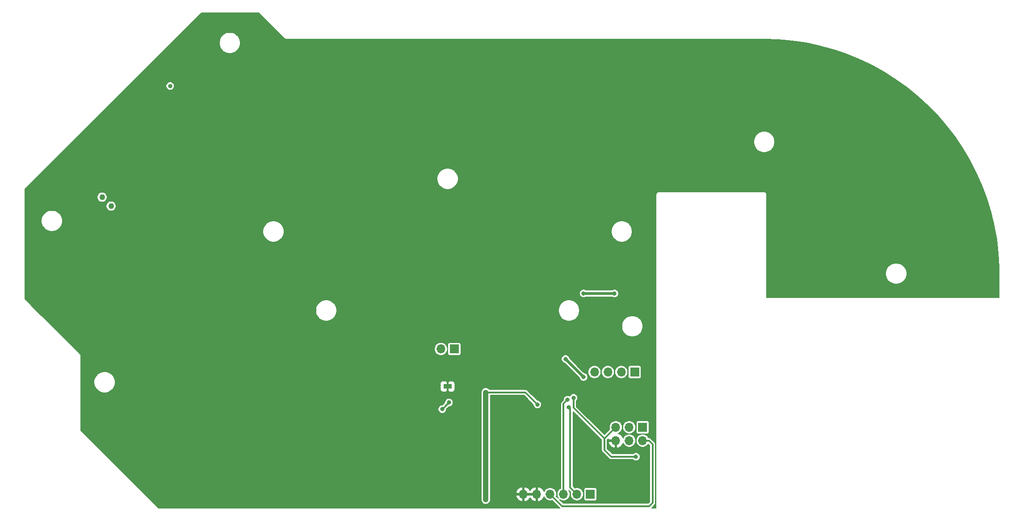
<source format=gbr>
G04 #@! TF.GenerationSoftware,KiCad,Pcbnew,(5.1.5-0-10_14)*
G04 #@! TF.CreationDate,2020-02-02T15:59:47-05:00*
G04 #@! TF.ProjectId,mobo,6d6f626f-2e6b-4696-9361-645f70636258,rev?*
G04 #@! TF.SameCoordinates,Original*
G04 #@! TF.FileFunction,Copper,L2,Bot*
G04 #@! TF.FilePolarity,Positive*
%FSLAX46Y46*%
G04 Gerber Fmt 4.6, Leading zero omitted, Abs format (unit mm)*
G04 Created by KiCad (PCBNEW (5.1.5-0-10_14)) date 2020-02-02 15:59:47*
%MOMM*%
%LPD*%
G04 APERTURE LIST*
%ADD10R,1.700000X1.700000*%
%ADD11O,1.700000X1.700000*%
%ADD12C,1.100000*%
%ADD13C,0.600000*%
%ADD14R,1.600000X0.900000*%
%ADD15C,0.800000*%
%ADD16C,0.300000*%
%ADD17C,0.500000*%
%ADD18C,1.000000*%
%ADD19C,0.200000*%
G04 APERTURE END LIST*
D10*
X159004000Y-149987000D03*
D11*
X159004000Y-152527000D03*
X156464000Y-149987000D03*
X156464000Y-152527000D03*
X153924000Y-149987000D03*
X153924000Y-152527000D03*
D10*
X149098000Y-162687000D03*
D11*
X146558000Y-162687000D03*
X144018000Y-162687000D03*
X141478000Y-162687000D03*
X138938000Y-162687000D03*
X136398000Y-162687000D03*
D12*
X58275326Y-107997452D03*
X56578270Y-106300396D03*
D10*
X123317000Y-135128000D03*
D11*
X120777000Y-135128000D03*
D13*
X122547000Y-142240000D03*
X121547000Y-142240000D03*
D14*
X122047000Y-142240000D03*
D10*
X157500000Y-139500000D03*
D11*
X154960000Y-139500000D03*
X152420000Y-139500000D03*
X149880000Y-139500000D03*
D15*
X47117000Y-105918000D03*
X49530000Y-101219000D03*
X61214000Y-89662000D03*
X131826000Y-148463000D03*
X134747000Y-149860000D03*
X146431000Y-147955000D03*
X139319000Y-147320000D03*
X142748000Y-145542000D03*
X120015000Y-142240000D03*
X187579000Y-108966000D03*
X57023000Y-96266000D03*
X69469000Y-85217000D03*
X139065000Y-145669000D03*
X129286000Y-143383000D03*
X147828000Y-124587000D03*
X153670000Y-124587000D03*
X129286000Y-163703000D03*
X157734000Y-155575000D03*
X145923000Y-144399000D03*
X145034000Y-146177000D03*
X144780000Y-144780000D03*
X147828000Y-140462000D03*
X144399000Y-137033000D03*
X121031000Y-146558000D03*
X122301000Y-145288000D03*
D16*
X122047000Y-143764000D02*
X122047000Y-142240000D01*
X121920000Y-143891000D02*
X122047000Y-143764000D01*
X121100315Y-143891000D02*
X121920000Y-143891000D01*
X120015000Y-142805685D02*
X121100315Y-143891000D01*
X120015000Y-142240000D02*
X120015000Y-142805685D01*
X120015000Y-142240000D02*
X120015000Y-141732000D01*
X120015000Y-141732000D02*
X121158000Y-140589000D01*
X121158000Y-140589000D02*
X121920000Y-140589000D01*
X121920000Y-140589000D02*
X122047000Y-140716000D01*
X122047000Y-140716000D02*
X122047000Y-142240000D01*
X159004000Y-152527000D02*
X160206081Y-152527000D01*
X160206081Y-152527000D02*
X160909000Y-153229919D01*
X160909000Y-153229919D02*
X160909000Y-164338000D01*
X160909000Y-164338000D02*
X160274000Y-164973000D01*
X143764000Y-164973000D02*
X141478000Y-162687000D01*
X160274000Y-164973000D02*
X143764000Y-164973000D01*
X136779000Y-143383000D02*
X129286000Y-143383000D01*
X139065000Y-145669000D02*
X136779000Y-143383000D01*
D17*
X147828000Y-124587000D02*
X153670000Y-124587000D01*
D18*
X129286000Y-163703000D02*
X129286000Y-143383000D01*
D16*
X157734000Y-155575000D02*
X153035000Y-155575000D01*
X153035000Y-155575000D02*
X151765000Y-154305000D01*
X151765000Y-152146000D02*
X153924000Y-149987000D01*
X151765000Y-154305000D02*
X151765000Y-152146000D01*
X145923000Y-144399000D02*
X145923000Y-146304000D01*
X145923000Y-146304000D02*
X151765000Y-152146000D01*
X146558000Y-162687000D02*
X145288000Y-161417000D01*
X145288000Y-146431000D02*
X145034000Y-146177000D01*
X145288000Y-161417000D02*
X145288000Y-146431000D01*
X144018000Y-145542000D02*
X144780000Y-144780000D01*
X144018000Y-162687000D02*
X144018000Y-145542000D01*
D17*
X147828000Y-140462000D02*
X144399000Y-137033000D01*
D16*
X121031000Y-146558000D02*
X121430999Y-146158001D01*
X121430999Y-146158001D02*
X122301000Y-145288000D01*
D19*
G36*
X91069080Y-76155187D02*
G01*
X91084736Y-76174264D01*
X91160871Y-76236746D01*
X91247733Y-76283175D01*
X91331589Y-76308612D01*
X91341983Y-76311765D01*
X91440000Y-76321419D01*
X91464560Y-76319000D01*
X182039180Y-76319000D01*
X184685714Y-76397548D01*
X187315557Y-76632254D01*
X189926826Y-77022512D01*
X192510357Y-77566946D01*
X195057088Y-78263652D01*
X197557985Y-79110159D01*
X200004270Y-80103493D01*
X202387370Y-81240174D01*
X204698827Y-82516167D01*
X206930555Y-83927006D01*
X209074698Y-85467730D01*
X211123669Y-87132883D01*
X213070301Y-88916643D01*
X214907706Y-90812700D01*
X216629420Y-92814376D01*
X218229410Y-94914663D01*
X219702003Y-97106113D01*
X221042062Y-99381080D01*
X222244825Y-101731489D01*
X223306078Y-104149091D01*
X224222087Y-106625387D01*
X224989621Y-109151640D01*
X225605981Y-111718964D01*
X226069003Y-114318349D01*
X226377044Y-116940581D01*
X226529256Y-119580424D01*
X226546600Y-120822472D01*
X226546601Y-125319000D01*
X182546599Y-125319000D01*
X182546599Y-120621005D01*
X205036328Y-120621005D01*
X205036328Y-121016995D01*
X205113582Y-121405375D01*
X205265120Y-121771221D01*
X205485120Y-122100474D01*
X205765127Y-122380481D01*
X206094380Y-122600481D01*
X206460226Y-122752019D01*
X206848606Y-122829273D01*
X207244596Y-122829273D01*
X207632976Y-122752019D01*
X207998822Y-122600481D01*
X208328075Y-122380481D01*
X208608082Y-122100474D01*
X208828082Y-121771221D01*
X208979620Y-121405375D01*
X209056874Y-121016995D01*
X209056874Y-120621005D01*
X208979620Y-120232625D01*
X208828082Y-119866779D01*
X208608082Y-119537526D01*
X208328075Y-119257519D01*
X207998822Y-119037519D01*
X207632976Y-118885981D01*
X207244596Y-118808727D01*
X206848606Y-118808727D01*
X206460226Y-118885981D01*
X206094380Y-119037519D01*
X205765127Y-119257519D01*
X205485120Y-119537526D01*
X205265120Y-119866779D01*
X205113582Y-120232625D01*
X205036328Y-120621005D01*
X182546599Y-120621005D01*
X182546601Y-105843551D01*
X182549019Y-105819001D01*
X182546601Y-105794449D01*
X182546601Y-105794442D01*
X182539366Y-105720985D01*
X182510776Y-105626735D01*
X182464347Y-105539873D01*
X182401865Y-105463738D01*
X182325730Y-105401256D01*
X182238868Y-105354827D01*
X182144618Y-105326237D01*
X182046601Y-105316583D01*
X182022039Y-105319002D01*
X162071161Y-105319000D01*
X162046601Y-105316581D01*
X161948584Y-105326235D01*
X161854334Y-105354825D01*
X161767472Y-105401254D01*
X161691337Y-105463736D01*
X161628855Y-105539871D01*
X161582426Y-105626734D01*
X161553836Y-105720984D01*
X161546601Y-105794441D01*
X161546601Y-105794450D01*
X161544183Y-105819000D01*
X161546601Y-105843552D01*
X161546602Y-165318999D01*
X160705818Y-165318999D01*
X161278804Y-164746013D01*
X161299790Y-164728790D01*
X161368521Y-164645042D01*
X161419592Y-164549494D01*
X161451042Y-164445819D01*
X161459000Y-164365018D01*
X161459000Y-164365011D01*
X161461660Y-164338000D01*
X161459000Y-164310989D01*
X161459000Y-153256930D01*
X161461660Y-153229919D01*
X161459000Y-153202908D01*
X161459000Y-153202901D01*
X161451042Y-153122100D01*
X161419592Y-153018425D01*
X161368521Y-152922877D01*
X161299790Y-152839129D01*
X161278804Y-152821906D01*
X160614094Y-152157196D01*
X160596871Y-152136210D01*
X160513123Y-152067479D01*
X160417575Y-152016408D01*
X160313900Y-151984958D01*
X160233099Y-151977000D01*
X160233089Y-151977000D01*
X160206081Y-151974340D01*
X160179073Y-151977000D01*
X160129172Y-151977000D01*
X160111735Y-151934903D01*
X159974938Y-151730172D01*
X159800828Y-151556062D01*
X159596097Y-151419265D01*
X159368611Y-151325037D01*
X159127114Y-151277000D01*
X158880886Y-151277000D01*
X158639389Y-151325037D01*
X158411903Y-151419265D01*
X158207172Y-151556062D01*
X158033062Y-151730172D01*
X157896265Y-151934903D01*
X157802037Y-152162389D01*
X157754000Y-152403886D01*
X157754000Y-152650114D01*
X157802037Y-152891611D01*
X157896265Y-153119097D01*
X158033062Y-153323828D01*
X158207172Y-153497938D01*
X158411903Y-153634735D01*
X158639389Y-153728963D01*
X158880886Y-153777000D01*
X159127114Y-153777000D01*
X159368611Y-153728963D01*
X159596097Y-153634735D01*
X159800828Y-153497938D01*
X159974938Y-153323828D01*
X160075136Y-153173872D01*
X160359000Y-153457736D01*
X160359001Y-164110182D01*
X160046183Y-164423000D01*
X143991818Y-164423000D01*
X143237999Y-163669182D01*
X143425903Y-163794735D01*
X143653389Y-163888963D01*
X143894886Y-163937000D01*
X144141114Y-163937000D01*
X144382611Y-163888963D01*
X144610097Y-163794735D01*
X144814828Y-163657938D01*
X144988938Y-163483828D01*
X145125735Y-163279097D01*
X145219963Y-163051611D01*
X145268000Y-162810114D01*
X145268000Y-162563886D01*
X145219963Y-162322389D01*
X145125735Y-162094903D01*
X145000181Y-161906998D01*
X145373474Y-162280292D01*
X145356037Y-162322389D01*
X145308000Y-162563886D01*
X145308000Y-162810114D01*
X145356037Y-163051611D01*
X145450265Y-163279097D01*
X145587062Y-163483828D01*
X145761172Y-163657938D01*
X145965903Y-163794735D01*
X146193389Y-163888963D01*
X146434886Y-163937000D01*
X146681114Y-163937000D01*
X146922611Y-163888963D01*
X147150097Y-163794735D01*
X147354828Y-163657938D01*
X147528938Y-163483828D01*
X147665735Y-163279097D01*
X147759963Y-163051611D01*
X147808000Y-162810114D01*
X147808000Y-162563886D01*
X147759963Y-162322389D01*
X147665735Y-162094903D01*
X147528938Y-161890172D01*
X147475766Y-161837000D01*
X147846065Y-161837000D01*
X147846065Y-163537000D01*
X147853788Y-163615414D01*
X147876660Y-163690814D01*
X147913803Y-163760303D01*
X147963789Y-163821211D01*
X148024697Y-163871197D01*
X148094186Y-163908340D01*
X148169586Y-163931212D01*
X148248000Y-163938935D01*
X149948000Y-163938935D01*
X150026414Y-163931212D01*
X150101814Y-163908340D01*
X150171303Y-163871197D01*
X150232211Y-163821211D01*
X150282197Y-163760303D01*
X150319340Y-163690814D01*
X150342212Y-163615414D01*
X150349935Y-163537000D01*
X150349935Y-161837000D01*
X150342212Y-161758586D01*
X150319340Y-161683186D01*
X150282197Y-161613697D01*
X150232211Y-161552789D01*
X150171303Y-161502803D01*
X150101814Y-161465660D01*
X150026414Y-161442788D01*
X149948000Y-161435065D01*
X148248000Y-161435065D01*
X148169586Y-161442788D01*
X148094186Y-161465660D01*
X148024697Y-161502803D01*
X147963789Y-161552789D01*
X147913803Y-161613697D01*
X147876660Y-161683186D01*
X147853788Y-161758586D01*
X147846065Y-161837000D01*
X147475766Y-161837000D01*
X147354828Y-161716062D01*
X147150097Y-161579265D01*
X146922611Y-161485037D01*
X146681114Y-161437000D01*
X146434886Y-161437000D01*
X146193389Y-161485037D01*
X146151292Y-161502474D01*
X145838000Y-161189183D01*
X145838000Y-146996817D01*
X151215001Y-152373818D01*
X151215000Y-154277992D01*
X151212340Y-154305000D01*
X151215000Y-154332008D01*
X151215000Y-154332017D01*
X151222958Y-154412818D01*
X151254408Y-154516493D01*
X151305479Y-154612042D01*
X151374210Y-154695790D01*
X151395196Y-154713013D01*
X152626992Y-155944810D01*
X152644210Y-155965790D01*
X152665190Y-155983008D01*
X152665195Y-155983013D01*
X152717097Y-156025607D01*
X152727958Y-156034521D01*
X152823506Y-156085592D01*
X152927181Y-156117042D01*
X153007982Y-156125000D01*
X153007991Y-156125000D01*
X153034999Y-156127660D01*
X153062007Y-156125000D01*
X157152629Y-156125000D01*
X157224030Y-156196401D01*
X157355058Y-156283951D01*
X157500649Y-156344257D01*
X157655207Y-156375000D01*
X157812793Y-156375000D01*
X157967351Y-156344257D01*
X158112942Y-156283951D01*
X158243970Y-156196401D01*
X158355401Y-156084970D01*
X158442951Y-155953942D01*
X158503257Y-155808351D01*
X158534000Y-155653793D01*
X158534000Y-155496207D01*
X158503257Y-155341649D01*
X158442951Y-155196058D01*
X158355401Y-155065030D01*
X158243970Y-154953599D01*
X158112942Y-154866049D01*
X157967351Y-154805743D01*
X157812793Y-154775000D01*
X157655207Y-154775000D01*
X157500649Y-154805743D01*
X157355058Y-154866049D01*
X157224030Y-154953599D01*
X157152629Y-155025000D01*
X153262818Y-155025000D01*
X152315000Y-154077183D01*
X152315000Y-152905911D01*
X152516091Y-152905911D01*
X152617065Y-153173300D01*
X152768264Y-153415852D01*
X152963878Y-153624246D01*
X153196389Y-153790473D01*
X153456861Y-153908146D01*
X153545090Y-153934903D01*
X153770000Y-153823889D01*
X153770000Y-152681000D01*
X152626150Y-152681000D01*
X152516091Y-152905911D01*
X152315000Y-152905911D01*
X152315000Y-152373817D01*
X152524186Y-152164631D01*
X152626150Y-152373000D01*
X153770000Y-152373000D01*
X153770000Y-152353000D01*
X154078000Y-152353000D01*
X154078000Y-152373000D01*
X154098000Y-152373000D01*
X154098000Y-152681000D01*
X154078000Y-152681000D01*
X154078000Y-153823889D01*
X154302910Y-153934903D01*
X154391139Y-153908146D01*
X154651611Y-153790473D01*
X154884122Y-153624246D01*
X155079736Y-153415852D01*
X155230935Y-153173300D01*
X155301412Y-152986670D01*
X155356265Y-153119097D01*
X155493062Y-153323828D01*
X155667172Y-153497938D01*
X155871903Y-153634735D01*
X156099389Y-153728963D01*
X156340886Y-153777000D01*
X156587114Y-153777000D01*
X156828611Y-153728963D01*
X157056097Y-153634735D01*
X157260828Y-153497938D01*
X157434938Y-153323828D01*
X157571735Y-153119097D01*
X157665963Y-152891611D01*
X157714000Y-152650114D01*
X157714000Y-152403886D01*
X157665963Y-152162389D01*
X157571735Y-151934903D01*
X157434938Y-151730172D01*
X157260828Y-151556062D01*
X157056097Y-151419265D01*
X156828611Y-151325037D01*
X156587114Y-151277000D01*
X156340886Y-151277000D01*
X156099389Y-151325037D01*
X155871903Y-151419265D01*
X155667172Y-151556062D01*
X155493062Y-151730172D01*
X155356265Y-151934903D01*
X155301412Y-152067330D01*
X155230935Y-151880700D01*
X155079736Y-151638148D01*
X154884122Y-151429754D01*
X154651611Y-151263527D01*
X154391879Y-151146188D01*
X154516097Y-151094735D01*
X154720828Y-150957938D01*
X154894938Y-150783828D01*
X155031735Y-150579097D01*
X155125963Y-150351611D01*
X155174000Y-150110114D01*
X155174000Y-149863886D01*
X155214000Y-149863886D01*
X155214000Y-150110114D01*
X155262037Y-150351611D01*
X155356265Y-150579097D01*
X155493062Y-150783828D01*
X155667172Y-150957938D01*
X155871903Y-151094735D01*
X156099389Y-151188963D01*
X156340886Y-151237000D01*
X156587114Y-151237000D01*
X156828611Y-151188963D01*
X157056097Y-151094735D01*
X157260828Y-150957938D01*
X157434938Y-150783828D01*
X157571735Y-150579097D01*
X157665963Y-150351611D01*
X157714000Y-150110114D01*
X157714000Y-149863886D01*
X157665963Y-149622389D01*
X157571735Y-149394903D01*
X157434938Y-149190172D01*
X157381766Y-149137000D01*
X157752065Y-149137000D01*
X157752065Y-150837000D01*
X157759788Y-150915414D01*
X157782660Y-150990814D01*
X157819803Y-151060303D01*
X157869789Y-151121211D01*
X157930697Y-151171197D01*
X158000186Y-151208340D01*
X158075586Y-151231212D01*
X158154000Y-151238935D01*
X159854000Y-151238935D01*
X159932414Y-151231212D01*
X160007814Y-151208340D01*
X160077303Y-151171197D01*
X160138211Y-151121211D01*
X160188197Y-151060303D01*
X160225340Y-150990814D01*
X160248212Y-150915414D01*
X160255935Y-150837000D01*
X160255935Y-149137000D01*
X160248212Y-149058586D01*
X160225340Y-148983186D01*
X160188197Y-148913697D01*
X160138211Y-148852789D01*
X160077303Y-148802803D01*
X160007814Y-148765660D01*
X159932414Y-148742788D01*
X159854000Y-148735065D01*
X158154000Y-148735065D01*
X158075586Y-148742788D01*
X158000186Y-148765660D01*
X157930697Y-148802803D01*
X157869789Y-148852789D01*
X157819803Y-148913697D01*
X157782660Y-148983186D01*
X157759788Y-149058586D01*
X157752065Y-149137000D01*
X157381766Y-149137000D01*
X157260828Y-149016062D01*
X157056097Y-148879265D01*
X156828611Y-148785037D01*
X156587114Y-148737000D01*
X156340886Y-148737000D01*
X156099389Y-148785037D01*
X155871903Y-148879265D01*
X155667172Y-149016062D01*
X155493062Y-149190172D01*
X155356265Y-149394903D01*
X155262037Y-149622389D01*
X155214000Y-149863886D01*
X155174000Y-149863886D01*
X155125963Y-149622389D01*
X155031735Y-149394903D01*
X154894938Y-149190172D01*
X154720828Y-149016062D01*
X154516097Y-148879265D01*
X154288611Y-148785037D01*
X154047114Y-148737000D01*
X153800886Y-148737000D01*
X153559389Y-148785037D01*
X153331903Y-148879265D01*
X153127172Y-149016062D01*
X152953062Y-149190172D01*
X152816265Y-149394903D01*
X152722037Y-149622389D01*
X152674000Y-149863886D01*
X152674000Y-150110114D01*
X152722037Y-150351611D01*
X152739474Y-150393708D01*
X151765000Y-151368183D01*
X146473000Y-146076183D01*
X146473000Y-144980371D01*
X146544401Y-144908970D01*
X146631951Y-144777942D01*
X146692257Y-144632351D01*
X146723000Y-144477793D01*
X146723000Y-144320207D01*
X146692257Y-144165649D01*
X146631951Y-144020058D01*
X146544401Y-143889030D01*
X146432970Y-143777599D01*
X146301942Y-143690049D01*
X146156351Y-143629743D01*
X146001793Y-143599000D01*
X145844207Y-143599000D01*
X145689649Y-143629743D01*
X145544058Y-143690049D01*
X145413030Y-143777599D01*
X145301599Y-143889030D01*
X145214049Y-144020058D01*
X145185561Y-144088835D01*
X145158942Y-144071049D01*
X145013351Y-144010743D01*
X144858793Y-143980000D01*
X144701207Y-143980000D01*
X144546649Y-144010743D01*
X144401058Y-144071049D01*
X144270030Y-144158599D01*
X144158599Y-144270030D01*
X144071049Y-144401058D01*
X144010743Y-144546649D01*
X143980000Y-144701207D01*
X143980000Y-144802183D01*
X143648191Y-145133992D01*
X143627211Y-145151210D01*
X143609993Y-145172190D01*
X143609987Y-145172196D01*
X143558479Y-145234958D01*
X143524145Y-145299195D01*
X143507409Y-145330506D01*
X143475959Y-145434181D01*
X143473662Y-145457505D01*
X143465340Y-145542000D01*
X143468001Y-145569018D01*
X143468000Y-161561828D01*
X143425903Y-161579265D01*
X143221172Y-161716062D01*
X143047062Y-161890172D01*
X142910265Y-162094903D01*
X142816037Y-162322389D01*
X142768000Y-162563886D01*
X142768000Y-162810114D01*
X142816037Y-163051611D01*
X142910265Y-163279097D01*
X143035819Y-163467001D01*
X142662526Y-163093708D01*
X142679963Y-163051611D01*
X142728000Y-162810114D01*
X142728000Y-162563886D01*
X142679963Y-162322389D01*
X142585735Y-162094903D01*
X142448938Y-161890172D01*
X142274828Y-161716062D01*
X142070097Y-161579265D01*
X141842611Y-161485037D01*
X141601114Y-161437000D01*
X141354886Y-161437000D01*
X141113389Y-161485037D01*
X140885903Y-161579265D01*
X140681172Y-161716062D01*
X140507062Y-161890172D01*
X140370265Y-162094903D01*
X140315412Y-162227330D01*
X140244935Y-162040700D01*
X140093736Y-161798148D01*
X139898122Y-161589754D01*
X139665611Y-161423527D01*
X139405139Y-161305854D01*
X139316910Y-161279097D01*
X139092000Y-161390111D01*
X139092000Y-162533000D01*
X139112000Y-162533000D01*
X139112000Y-162841000D01*
X139092000Y-162841000D01*
X139092000Y-163983889D01*
X139316910Y-164094903D01*
X139405139Y-164068146D01*
X139665611Y-163950473D01*
X139898122Y-163784246D01*
X140093736Y-163575852D01*
X140244935Y-163333300D01*
X140315412Y-163146670D01*
X140370265Y-163279097D01*
X140507062Y-163483828D01*
X140681172Y-163657938D01*
X140885903Y-163794735D01*
X141113389Y-163888963D01*
X141354886Y-163937000D01*
X141601114Y-163937000D01*
X141842611Y-163888963D01*
X141884708Y-163871526D01*
X143332181Y-165318999D01*
X67253708Y-165318999D01*
X65681915Y-163747206D01*
X128386000Y-163747206D01*
X128399023Y-163879430D01*
X128450486Y-164049080D01*
X128534057Y-164205431D01*
X128646525Y-164342475D01*
X128783568Y-164454943D01*
X128939919Y-164538514D01*
X129109569Y-164589977D01*
X129286000Y-164607354D01*
X129462430Y-164589977D01*
X129632080Y-164538514D01*
X129788431Y-164454943D01*
X129925475Y-164342475D01*
X130037943Y-164205432D01*
X130121514Y-164049081D01*
X130172977Y-163879431D01*
X130186000Y-163747207D01*
X130186000Y-163065911D01*
X134990091Y-163065911D01*
X135091065Y-163333300D01*
X135242264Y-163575852D01*
X135437878Y-163784246D01*
X135670389Y-163950473D01*
X135930861Y-164068146D01*
X136019090Y-164094903D01*
X136244000Y-163983889D01*
X136244000Y-162841000D01*
X136552000Y-162841000D01*
X136552000Y-163983889D01*
X136776910Y-164094903D01*
X136865139Y-164068146D01*
X137125611Y-163950473D01*
X137358122Y-163784246D01*
X137553736Y-163575852D01*
X137668000Y-163392551D01*
X137782264Y-163575852D01*
X137977878Y-163784246D01*
X138210389Y-163950473D01*
X138470861Y-164068146D01*
X138559090Y-164094903D01*
X138784000Y-163983889D01*
X138784000Y-162841000D01*
X136552000Y-162841000D01*
X136244000Y-162841000D01*
X135100150Y-162841000D01*
X134990091Y-163065911D01*
X130186000Y-163065911D01*
X130186000Y-162308089D01*
X134990091Y-162308089D01*
X135100150Y-162533000D01*
X136244000Y-162533000D01*
X136244000Y-161390111D01*
X136552000Y-161390111D01*
X136552000Y-162533000D01*
X138784000Y-162533000D01*
X138784000Y-161390111D01*
X138559090Y-161279097D01*
X138470861Y-161305854D01*
X138210389Y-161423527D01*
X137977878Y-161589754D01*
X137782264Y-161798148D01*
X137668000Y-161981449D01*
X137553736Y-161798148D01*
X137358122Y-161589754D01*
X137125611Y-161423527D01*
X136865139Y-161305854D01*
X136776910Y-161279097D01*
X136552000Y-161390111D01*
X136244000Y-161390111D01*
X136019090Y-161279097D01*
X135930861Y-161305854D01*
X135670389Y-161423527D01*
X135437878Y-161589754D01*
X135242264Y-161798148D01*
X135091065Y-162040700D01*
X134990091Y-162308089D01*
X130186000Y-162308089D01*
X130186000Y-143933000D01*
X136551183Y-143933000D01*
X138265000Y-145646818D01*
X138265000Y-145747793D01*
X138295743Y-145902351D01*
X138356049Y-146047942D01*
X138443599Y-146178970D01*
X138555030Y-146290401D01*
X138686058Y-146377951D01*
X138831649Y-146438257D01*
X138986207Y-146469000D01*
X139143793Y-146469000D01*
X139298351Y-146438257D01*
X139443942Y-146377951D01*
X139574970Y-146290401D01*
X139686401Y-146178970D01*
X139773951Y-146047942D01*
X139834257Y-145902351D01*
X139865000Y-145747793D01*
X139865000Y-145590207D01*
X139834257Y-145435649D01*
X139773951Y-145290058D01*
X139686401Y-145159030D01*
X139574970Y-145047599D01*
X139443942Y-144960049D01*
X139298351Y-144899743D01*
X139143793Y-144869000D01*
X139042818Y-144869000D01*
X137187013Y-143013196D01*
X137169790Y-142992210D01*
X137086042Y-142923479D01*
X136990494Y-142872408D01*
X136886819Y-142840958D01*
X136806018Y-142833000D01*
X136806008Y-142833000D01*
X136779000Y-142830340D01*
X136751992Y-142833000D01*
X129998905Y-142833000D01*
X129925475Y-142743525D01*
X129788432Y-142631057D01*
X129632081Y-142547486D01*
X129462431Y-142496023D01*
X129286000Y-142478646D01*
X129109570Y-142496023D01*
X128939920Y-142547486D01*
X128783569Y-142631057D01*
X128646526Y-142743525D01*
X128534058Y-142880568D01*
X128450487Y-143036919D01*
X128399024Y-143206569D01*
X128386001Y-143338793D01*
X128386000Y-163747206D01*
X65681915Y-163747206D01*
X52546601Y-150611894D01*
X52546601Y-146479207D01*
X120231000Y-146479207D01*
X120231000Y-146636793D01*
X120261743Y-146791351D01*
X120322049Y-146936942D01*
X120409599Y-147067970D01*
X120521030Y-147179401D01*
X120652058Y-147266951D01*
X120797649Y-147327257D01*
X120952207Y-147358000D01*
X121109793Y-147358000D01*
X121264351Y-147327257D01*
X121409942Y-147266951D01*
X121540970Y-147179401D01*
X121652401Y-147067970D01*
X121739951Y-146936942D01*
X121800257Y-146791351D01*
X121831000Y-146636793D01*
X121831000Y-146535818D01*
X121839012Y-146527806D01*
X121839016Y-146527801D01*
X122278818Y-146088000D01*
X122379793Y-146088000D01*
X122534351Y-146057257D01*
X122679942Y-145996951D01*
X122810970Y-145909401D01*
X122922401Y-145797970D01*
X123009951Y-145666942D01*
X123070257Y-145521351D01*
X123101000Y-145366793D01*
X123101000Y-145209207D01*
X123070257Y-145054649D01*
X123009951Y-144909058D01*
X122922401Y-144778030D01*
X122810970Y-144666599D01*
X122679942Y-144579049D01*
X122534351Y-144518743D01*
X122379793Y-144488000D01*
X122222207Y-144488000D01*
X122067649Y-144518743D01*
X121922058Y-144579049D01*
X121791030Y-144666599D01*
X121679599Y-144778030D01*
X121592049Y-144909058D01*
X121531743Y-145054649D01*
X121501000Y-145209207D01*
X121501000Y-145310182D01*
X121061199Y-145749984D01*
X121061194Y-145749988D01*
X121053182Y-145758000D01*
X120952207Y-145758000D01*
X120797649Y-145788743D01*
X120652058Y-145849049D01*
X120521030Y-145936599D01*
X120409599Y-146048030D01*
X120322049Y-146179058D01*
X120261743Y-146324649D01*
X120231000Y-146479207D01*
X52546601Y-146479207D01*
X52546601Y-141227606D01*
X55036328Y-141227606D01*
X55036328Y-141623596D01*
X55113582Y-142011976D01*
X55265120Y-142377822D01*
X55485120Y-142707075D01*
X55765127Y-142987082D01*
X56094380Y-143207082D01*
X56460226Y-143358620D01*
X56848606Y-143435874D01*
X57244596Y-143435874D01*
X57632976Y-143358620D01*
X57998822Y-143207082D01*
X58328075Y-142987082D01*
X58608082Y-142707075D01*
X58828082Y-142377822D01*
X58979620Y-142011976D01*
X59023774Y-141790000D01*
X120636058Y-141790000D01*
X120639000Y-141934000D01*
X120677474Y-141972474D01*
X120665832Y-142003353D01*
X120652139Y-142085998D01*
X120639000Y-142085998D01*
X120639000Y-142165298D01*
X120636596Y-142179807D01*
X120639000Y-142254548D01*
X120639000Y-142394002D01*
X120650585Y-142394002D01*
X120677079Y-142507921D01*
X120639000Y-142546000D01*
X120636058Y-142690000D01*
X120647797Y-142809189D01*
X120682563Y-142923797D01*
X120739020Y-143029421D01*
X120814999Y-143122001D01*
X120907579Y-143197980D01*
X121013203Y-143254437D01*
X121127811Y-143289203D01*
X121247000Y-143300942D01*
X121741000Y-143298000D01*
X121893000Y-143146000D01*
X121893000Y-143082097D01*
X121951008Y-143058070D01*
X121959651Y-142942287D01*
X122011078Y-142993714D01*
X122047000Y-142957792D01*
X122082922Y-142993714D01*
X122134349Y-142942287D01*
X122142992Y-143058070D01*
X122201000Y-143079940D01*
X122201000Y-143146000D01*
X122353000Y-143298000D01*
X122847000Y-143300942D01*
X122966189Y-143289203D01*
X123080797Y-143254437D01*
X123186421Y-143197980D01*
X123279001Y-143122001D01*
X123354980Y-143029421D01*
X123411437Y-142923797D01*
X123446203Y-142809189D01*
X123457942Y-142690000D01*
X123455000Y-142546000D01*
X123416526Y-142507526D01*
X123428168Y-142476647D01*
X123441861Y-142394002D01*
X123455000Y-142394002D01*
X123455000Y-142314702D01*
X123457404Y-142300193D01*
X123455000Y-142225452D01*
X123455000Y-142085998D01*
X123443415Y-142085998D01*
X123416921Y-141972079D01*
X123455000Y-141934000D01*
X123457942Y-141790000D01*
X123446203Y-141670811D01*
X123411437Y-141556203D01*
X123354980Y-141450579D01*
X123279001Y-141357999D01*
X123186421Y-141282020D01*
X123080797Y-141225563D01*
X122966189Y-141190797D01*
X122847000Y-141179058D01*
X122353000Y-141182000D01*
X122201000Y-141334000D01*
X122201000Y-141397903D01*
X122142992Y-141421930D01*
X122134349Y-141537713D01*
X122082922Y-141486286D01*
X122047000Y-141522208D01*
X122011078Y-141486286D01*
X121959651Y-141537713D01*
X121951008Y-141421930D01*
X121893000Y-141400060D01*
X121893000Y-141334000D01*
X121741000Y-141182000D01*
X121247000Y-141179058D01*
X121127811Y-141190797D01*
X121013203Y-141225563D01*
X120907579Y-141282020D01*
X120814999Y-141357999D01*
X120739020Y-141450579D01*
X120682563Y-141556203D01*
X120647797Y-141670811D01*
X120636058Y-141790000D01*
X59023774Y-141790000D01*
X59056874Y-141623596D01*
X59056874Y-141227606D01*
X58979620Y-140839226D01*
X58828082Y-140473380D01*
X58608082Y-140144127D01*
X58328075Y-139864120D01*
X57998822Y-139644120D01*
X57632976Y-139492582D01*
X57244596Y-139415328D01*
X56848606Y-139415328D01*
X56460226Y-139492582D01*
X56094380Y-139644120D01*
X55765127Y-139864120D01*
X55485120Y-140144127D01*
X55265120Y-140473380D01*
X55113582Y-140839226D01*
X55036328Y-141227606D01*
X52546601Y-141227606D01*
X52546601Y-136954207D01*
X143599000Y-136954207D01*
X143599000Y-137111793D01*
X143629743Y-137266351D01*
X143690049Y-137411942D01*
X143777599Y-137542970D01*
X143889030Y-137654401D01*
X144020058Y-137741951D01*
X144165649Y-137802257D01*
X144269719Y-137822958D01*
X147038043Y-140591282D01*
X147058743Y-140695351D01*
X147119049Y-140840942D01*
X147206599Y-140971970D01*
X147318030Y-141083401D01*
X147449058Y-141170951D01*
X147594649Y-141231257D01*
X147749207Y-141262000D01*
X147906793Y-141262000D01*
X148061351Y-141231257D01*
X148206942Y-141170951D01*
X148337970Y-141083401D01*
X148449401Y-140971970D01*
X148536951Y-140840942D01*
X148597257Y-140695351D01*
X148628000Y-140540793D01*
X148628000Y-140383207D01*
X148597257Y-140228649D01*
X148536951Y-140083058D01*
X148449401Y-139952030D01*
X148337970Y-139840599D01*
X148206942Y-139753049D01*
X148061351Y-139692743D01*
X147957282Y-139672043D01*
X147662125Y-139376886D01*
X148630000Y-139376886D01*
X148630000Y-139623114D01*
X148678037Y-139864611D01*
X148772265Y-140092097D01*
X148909062Y-140296828D01*
X149083172Y-140470938D01*
X149287903Y-140607735D01*
X149515389Y-140701963D01*
X149756886Y-140750000D01*
X150003114Y-140750000D01*
X150244611Y-140701963D01*
X150472097Y-140607735D01*
X150676828Y-140470938D01*
X150850938Y-140296828D01*
X150987735Y-140092097D01*
X151081963Y-139864611D01*
X151130000Y-139623114D01*
X151130000Y-139376886D01*
X151170000Y-139376886D01*
X151170000Y-139623114D01*
X151218037Y-139864611D01*
X151312265Y-140092097D01*
X151449062Y-140296828D01*
X151623172Y-140470938D01*
X151827903Y-140607735D01*
X152055389Y-140701963D01*
X152296886Y-140750000D01*
X152543114Y-140750000D01*
X152784611Y-140701963D01*
X153012097Y-140607735D01*
X153216828Y-140470938D01*
X153390938Y-140296828D01*
X153527735Y-140092097D01*
X153621963Y-139864611D01*
X153670000Y-139623114D01*
X153670000Y-139376886D01*
X153710000Y-139376886D01*
X153710000Y-139623114D01*
X153758037Y-139864611D01*
X153852265Y-140092097D01*
X153989062Y-140296828D01*
X154163172Y-140470938D01*
X154367903Y-140607735D01*
X154595389Y-140701963D01*
X154836886Y-140750000D01*
X155083114Y-140750000D01*
X155324611Y-140701963D01*
X155552097Y-140607735D01*
X155756828Y-140470938D01*
X155930938Y-140296828D01*
X156067735Y-140092097D01*
X156161963Y-139864611D01*
X156210000Y-139623114D01*
X156210000Y-139376886D01*
X156161963Y-139135389D01*
X156067735Y-138907903D01*
X155930938Y-138703172D01*
X155877766Y-138650000D01*
X156248065Y-138650000D01*
X156248065Y-140350000D01*
X156255788Y-140428414D01*
X156278660Y-140503814D01*
X156315803Y-140573303D01*
X156365789Y-140634211D01*
X156426697Y-140684197D01*
X156496186Y-140721340D01*
X156571586Y-140744212D01*
X156650000Y-140751935D01*
X158350000Y-140751935D01*
X158428414Y-140744212D01*
X158503814Y-140721340D01*
X158573303Y-140684197D01*
X158634211Y-140634211D01*
X158684197Y-140573303D01*
X158721340Y-140503814D01*
X158744212Y-140428414D01*
X158751935Y-140350000D01*
X158751935Y-138650000D01*
X158744212Y-138571586D01*
X158721340Y-138496186D01*
X158684197Y-138426697D01*
X158634211Y-138365789D01*
X158573303Y-138315803D01*
X158503814Y-138278660D01*
X158428414Y-138255788D01*
X158350000Y-138248065D01*
X156650000Y-138248065D01*
X156571586Y-138255788D01*
X156496186Y-138278660D01*
X156426697Y-138315803D01*
X156365789Y-138365789D01*
X156315803Y-138426697D01*
X156278660Y-138496186D01*
X156255788Y-138571586D01*
X156248065Y-138650000D01*
X155877766Y-138650000D01*
X155756828Y-138529062D01*
X155552097Y-138392265D01*
X155324611Y-138298037D01*
X155083114Y-138250000D01*
X154836886Y-138250000D01*
X154595389Y-138298037D01*
X154367903Y-138392265D01*
X154163172Y-138529062D01*
X153989062Y-138703172D01*
X153852265Y-138907903D01*
X153758037Y-139135389D01*
X153710000Y-139376886D01*
X153670000Y-139376886D01*
X153621963Y-139135389D01*
X153527735Y-138907903D01*
X153390938Y-138703172D01*
X153216828Y-138529062D01*
X153012097Y-138392265D01*
X152784611Y-138298037D01*
X152543114Y-138250000D01*
X152296886Y-138250000D01*
X152055389Y-138298037D01*
X151827903Y-138392265D01*
X151623172Y-138529062D01*
X151449062Y-138703172D01*
X151312265Y-138907903D01*
X151218037Y-139135389D01*
X151170000Y-139376886D01*
X151130000Y-139376886D01*
X151081963Y-139135389D01*
X150987735Y-138907903D01*
X150850938Y-138703172D01*
X150676828Y-138529062D01*
X150472097Y-138392265D01*
X150244611Y-138298037D01*
X150003114Y-138250000D01*
X149756886Y-138250000D01*
X149515389Y-138298037D01*
X149287903Y-138392265D01*
X149083172Y-138529062D01*
X148909062Y-138703172D01*
X148772265Y-138907903D01*
X148678037Y-139135389D01*
X148630000Y-139376886D01*
X147662125Y-139376886D01*
X145188958Y-136903719D01*
X145168257Y-136799649D01*
X145107951Y-136654058D01*
X145020401Y-136523030D01*
X144908970Y-136411599D01*
X144777942Y-136324049D01*
X144632351Y-136263743D01*
X144477793Y-136233000D01*
X144320207Y-136233000D01*
X144165649Y-136263743D01*
X144020058Y-136324049D01*
X143889030Y-136411599D01*
X143777599Y-136523030D01*
X143690049Y-136654058D01*
X143629743Y-136799649D01*
X143599000Y-136954207D01*
X52546601Y-136954207D01*
X52546601Y-136450161D01*
X52549020Y-136425601D01*
X52539366Y-136327583D01*
X52520000Y-136263743D01*
X52510776Y-136233334D01*
X52464347Y-136146472D01*
X52401865Y-136070337D01*
X52382782Y-136054676D01*
X51332992Y-135004886D01*
X119527000Y-135004886D01*
X119527000Y-135251114D01*
X119575037Y-135492611D01*
X119669265Y-135720097D01*
X119806062Y-135924828D01*
X119980172Y-136098938D01*
X120184903Y-136235735D01*
X120412389Y-136329963D01*
X120653886Y-136378000D01*
X120900114Y-136378000D01*
X121141611Y-136329963D01*
X121369097Y-136235735D01*
X121573828Y-136098938D01*
X121747938Y-135924828D01*
X121884735Y-135720097D01*
X121978963Y-135492611D01*
X122027000Y-135251114D01*
X122027000Y-135004886D01*
X121978963Y-134763389D01*
X121884735Y-134535903D01*
X121747938Y-134331172D01*
X121694766Y-134278000D01*
X122065065Y-134278000D01*
X122065065Y-135978000D01*
X122072788Y-136056414D01*
X122095660Y-136131814D01*
X122132803Y-136201303D01*
X122182789Y-136262211D01*
X122243697Y-136312197D01*
X122313186Y-136349340D01*
X122388586Y-136372212D01*
X122467000Y-136379935D01*
X124167000Y-136379935D01*
X124245414Y-136372212D01*
X124320814Y-136349340D01*
X124390303Y-136312197D01*
X124451211Y-136262211D01*
X124501197Y-136201303D01*
X124538340Y-136131814D01*
X124561212Y-136056414D01*
X124568935Y-135978000D01*
X124568935Y-134278000D01*
X124561212Y-134199586D01*
X124538340Y-134124186D01*
X124501197Y-134054697D01*
X124451211Y-133993789D01*
X124390303Y-133943803D01*
X124320814Y-133906660D01*
X124245414Y-133883788D01*
X124167000Y-133876065D01*
X122467000Y-133876065D01*
X122388586Y-133883788D01*
X122313186Y-133906660D01*
X122243697Y-133943803D01*
X122182789Y-133993789D01*
X122132803Y-134054697D01*
X122095660Y-134124186D01*
X122072788Y-134199586D01*
X122065065Y-134278000D01*
X121694766Y-134278000D01*
X121573828Y-134157062D01*
X121369097Y-134020265D01*
X121141611Y-133926037D01*
X120900114Y-133878000D01*
X120653886Y-133878000D01*
X120412389Y-133926037D01*
X120184903Y-134020265D01*
X119980172Y-134157062D01*
X119806062Y-134331172D01*
X119669265Y-134535903D01*
X119575037Y-134763389D01*
X119527000Y-135004886D01*
X51332992Y-135004886D01*
X46949111Y-130621005D01*
X155036328Y-130621005D01*
X155036328Y-131016995D01*
X155113582Y-131405375D01*
X155265120Y-131771221D01*
X155485120Y-132100474D01*
X155765127Y-132380481D01*
X156094380Y-132600481D01*
X156460226Y-132752019D01*
X156848606Y-132829273D01*
X157244596Y-132829273D01*
X157632976Y-132752019D01*
X157998822Y-132600481D01*
X158328075Y-132380481D01*
X158608082Y-132100474D01*
X158828082Y-131771221D01*
X158979620Y-131405375D01*
X159056874Y-131016995D01*
X159056874Y-130621005D01*
X158979620Y-130232625D01*
X158828082Y-129866779D01*
X158608082Y-129537526D01*
X158328075Y-129257519D01*
X157998822Y-129037519D01*
X157632976Y-128885981D01*
X157244596Y-128808727D01*
X156848606Y-128808727D01*
X156460226Y-128885981D01*
X156094380Y-129037519D01*
X155765127Y-129257519D01*
X155485120Y-129537526D01*
X155265120Y-129866779D01*
X155113582Y-130232625D01*
X155036328Y-130621005D01*
X46949111Y-130621005D01*
X43949110Y-127621004D01*
X97036328Y-127621004D01*
X97036328Y-128016994D01*
X97113582Y-128405374D01*
X97265120Y-128771220D01*
X97485120Y-129100473D01*
X97765127Y-129380480D01*
X98094380Y-129600480D01*
X98460226Y-129752018D01*
X98848606Y-129829272D01*
X99244596Y-129829272D01*
X99632976Y-129752018D01*
X99998822Y-129600480D01*
X100328075Y-129380480D01*
X100608082Y-129100473D01*
X100828082Y-128771220D01*
X100979620Y-128405374D01*
X101056874Y-128016994D01*
X101056874Y-127621005D01*
X143036328Y-127621005D01*
X143036328Y-128016995D01*
X143113582Y-128405375D01*
X143265120Y-128771221D01*
X143485120Y-129100474D01*
X143765127Y-129380481D01*
X144094380Y-129600481D01*
X144460226Y-129752019D01*
X144848606Y-129829273D01*
X145244596Y-129829273D01*
X145632976Y-129752019D01*
X145998822Y-129600481D01*
X146328075Y-129380481D01*
X146608082Y-129100474D01*
X146828082Y-128771221D01*
X146979620Y-128405375D01*
X147056874Y-128016995D01*
X147056874Y-127621005D01*
X146979620Y-127232625D01*
X146828082Y-126866779D01*
X146608082Y-126537526D01*
X146328075Y-126257519D01*
X145998822Y-126037519D01*
X145632976Y-125885981D01*
X145244596Y-125808727D01*
X144848606Y-125808727D01*
X144460226Y-125885981D01*
X144094380Y-126037519D01*
X143765127Y-126257519D01*
X143485120Y-126537526D01*
X143265120Y-126866779D01*
X143113582Y-127232625D01*
X143036328Y-127621005D01*
X101056874Y-127621005D01*
X101056874Y-127621004D01*
X100979620Y-127232624D01*
X100828082Y-126866778D01*
X100608082Y-126537525D01*
X100328075Y-126257518D01*
X99998822Y-126037518D01*
X99632976Y-125885980D01*
X99244596Y-125808726D01*
X98848606Y-125808726D01*
X98460226Y-125885980D01*
X98094380Y-126037518D01*
X97765127Y-126257518D01*
X97485120Y-126537525D01*
X97265120Y-126866778D01*
X97113582Y-127232624D01*
X97036328Y-127621004D01*
X43949110Y-127621004D01*
X41940000Y-125611895D01*
X41940000Y-124508207D01*
X147028000Y-124508207D01*
X147028000Y-124665793D01*
X147058743Y-124820351D01*
X147119049Y-124965942D01*
X147206599Y-125096970D01*
X147318030Y-125208401D01*
X147449058Y-125295951D01*
X147594649Y-125356257D01*
X147749207Y-125387000D01*
X147906793Y-125387000D01*
X148061351Y-125356257D01*
X148206942Y-125295951D01*
X148295169Y-125237000D01*
X153202831Y-125237000D01*
X153291058Y-125295951D01*
X153436649Y-125356257D01*
X153591207Y-125387000D01*
X153748793Y-125387000D01*
X153903351Y-125356257D01*
X154048942Y-125295951D01*
X154179970Y-125208401D01*
X154291401Y-125096970D01*
X154378951Y-124965942D01*
X154439257Y-124820351D01*
X154470000Y-124665793D01*
X154470000Y-124508207D01*
X154439257Y-124353649D01*
X154378951Y-124208058D01*
X154291401Y-124077030D01*
X154179970Y-123965599D01*
X154048942Y-123878049D01*
X153903351Y-123817743D01*
X153748793Y-123787000D01*
X153591207Y-123787000D01*
X153436649Y-123817743D01*
X153291058Y-123878049D01*
X153202831Y-123937000D01*
X148295169Y-123937000D01*
X148206942Y-123878049D01*
X148061351Y-123817743D01*
X147906793Y-123787000D01*
X147749207Y-123787000D01*
X147594649Y-123817743D01*
X147449058Y-123878049D01*
X147318030Y-123965599D01*
X147206599Y-124077030D01*
X147119049Y-124208058D01*
X147058743Y-124353649D01*
X147028000Y-124508207D01*
X41940000Y-124508207D01*
X41940000Y-110621005D01*
X45036328Y-110621005D01*
X45036328Y-111016995D01*
X45113582Y-111405375D01*
X45265120Y-111771221D01*
X45485120Y-112100474D01*
X45765127Y-112380481D01*
X46094380Y-112600481D01*
X46460226Y-112752019D01*
X46848606Y-112829273D01*
X47244596Y-112829273D01*
X47632976Y-112752019D01*
X47949272Y-112621005D01*
X87036328Y-112621005D01*
X87036328Y-113016995D01*
X87113582Y-113405375D01*
X87265120Y-113771221D01*
X87485120Y-114100474D01*
X87765127Y-114380481D01*
X88094380Y-114600481D01*
X88460226Y-114752019D01*
X88848606Y-114829273D01*
X89244596Y-114829273D01*
X89632976Y-114752019D01*
X89998822Y-114600481D01*
X90328075Y-114380481D01*
X90608082Y-114100474D01*
X90828082Y-113771221D01*
X90979620Y-113405375D01*
X91056874Y-113016995D01*
X91056874Y-112621005D01*
X153036328Y-112621005D01*
X153036328Y-113016995D01*
X153113582Y-113405375D01*
X153265120Y-113771221D01*
X153485120Y-114100474D01*
X153765127Y-114380481D01*
X154094380Y-114600481D01*
X154460226Y-114752019D01*
X154848606Y-114829273D01*
X155244596Y-114829273D01*
X155632976Y-114752019D01*
X155998822Y-114600481D01*
X156328075Y-114380481D01*
X156608082Y-114100474D01*
X156828082Y-113771221D01*
X156979620Y-113405375D01*
X157056874Y-113016995D01*
X157056874Y-112621005D01*
X156979620Y-112232625D01*
X156828082Y-111866779D01*
X156608082Y-111537526D01*
X156328075Y-111257519D01*
X155998822Y-111037519D01*
X155632976Y-110885981D01*
X155244596Y-110808727D01*
X154848606Y-110808727D01*
X154460226Y-110885981D01*
X154094380Y-111037519D01*
X153765127Y-111257519D01*
X153485120Y-111537526D01*
X153265120Y-111866779D01*
X153113582Y-112232625D01*
X153036328Y-112621005D01*
X91056874Y-112621005D01*
X90979620Y-112232625D01*
X90828082Y-111866779D01*
X90608082Y-111537526D01*
X90328075Y-111257519D01*
X89998822Y-111037519D01*
X89632976Y-110885981D01*
X89244596Y-110808727D01*
X88848606Y-110808727D01*
X88460226Y-110885981D01*
X88094380Y-111037519D01*
X87765127Y-111257519D01*
X87485120Y-111537526D01*
X87265120Y-111866779D01*
X87113582Y-112232625D01*
X87036328Y-112621005D01*
X47949272Y-112621005D01*
X47998822Y-112600481D01*
X48328075Y-112380481D01*
X48608082Y-112100474D01*
X48828082Y-111771221D01*
X48979620Y-111405375D01*
X49056874Y-111016995D01*
X49056874Y-110621005D01*
X48979620Y-110232625D01*
X48828082Y-109866779D01*
X48608082Y-109537526D01*
X48328075Y-109257519D01*
X47998822Y-109037519D01*
X47632976Y-108885981D01*
X47244596Y-108808727D01*
X46848606Y-108808727D01*
X46460226Y-108885981D01*
X46094380Y-109037519D01*
X45765127Y-109257519D01*
X45485120Y-109537526D01*
X45265120Y-109866779D01*
X45113582Y-110232625D01*
X45036328Y-110621005D01*
X41940000Y-110621005D01*
X41940000Y-107903885D01*
X57325326Y-107903885D01*
X57325326Y-108091019D01*
X57361834Y-108274557D01*
X57433447Y-108447446D01*
X57537413Y-108603042D01*
X57669736Y-108735365D01*
X57825332Y-108839331D01*
X57998221Y-108910944D01*
X58181759Y-108947452D01*
X58368893Y-108947452D01*
X58552431Y-108910944D01*
X58725320Y-108839331D01*
X58880916Y-108735365D01*
X59013239Y-108603042D01*
X59117205Y-108447446D01*
X59188818Y-108274557D01*
X59225326Y-108091019D01*
X59225326Y-107903885D01*
X59188818Y-107720347D01*
X59117205Y-107547458D01*
X59013239Y-107391862D01*
X58880916Y-107259539D01*
X58725320Y-107155573D01*
X58552431Y-107083960D01*
X58368893Y-107047452D01*
X58181759Y-107047452D01*
X57998221Y-107083960D01*
X57825332Y-107155573D01*
X57669736Y-107259539D01*
X57537413Y-107391862D01*
X57433447Y-107547458D01*
X57361834Y-107720347D01*
X57325326Y-107903885D01*
X41940000Y-107903885D01*
X41940000Y-106206829D01*
X55628270Y-106206829D01*
X55628270Y-106393963D01*
X55664778Y-106577501D01*
X55736391Y-106750390D01*
X55840357Y-106905986D01*
X55972680Y-107038309D01*
X56128276Y-107142275D01*
X56301165Y-107213888D01*
X56484703Y-107250396D01*
X56671837Y-107250396D01*
X56855375Y-107213888D01*
X57028264Y-107142275D01*
X57183860Y-107038309D01*
X57316183Y-106905986D01*
X57420149Y-106750390D01*
X57491762Y-106577501D01*
X57528270Y-106393963D01*
X57528270Y-106206829D01*
X57491762Y-106023291D01*
X57420149Y-105850402D01*
X57316183Y-105694806D01*
X57183860Y-105562483D01*
X57028264Y-105458517D01*
X56855375Y-105386904D01*
X56671837Y-105350396D01*
X56484703Y-105350396D01*
X56301165Y-105386904D01*
X56128276Y-105458517D01*
X55972680Y-105562483D01*
X55840357Y-105694806D01*
X55736391Y-105850402D01*
X55664778Y-106023291D01*
X55628270Y-106206829D01*
X41940000Y-106206829D01*
X41940000Y-104812902D01*
X44131897Y-102621005D01*
X120036329Y-102621005D01*
X120036329Y-103016995D01*
X120113583Y-103405375D01*
X120265121Y-103771221D01*
X120485121Y-104100474D01*
X120765128Y-104380481D01*
X121094381Y-104600481D01*
X121460227Y-104752019D01*
X121848607Y-104829273D01*
X122244597Y-104829273D01*
X122632977Y-104752019D01*
X122998823Y-104600481D01*
X123328076Y-104380481D01*
X123608083Y-104100474D01*
X123828083Y-103771221D01*
X123979621Y-103405375D01*
X124056875Y-103016995D01*
X124056875Y-102621005D01*
X123979621Y-102232625D01*
X123828083Y-101866779D01*
X123608083Y-101537526D01*
X123328076Y-101257519D01*
X122998823Y-101037519D01*
X122632977Y-100885981D01*
X122244597Y-100808727D01*
X121848607Y-100808727D01*
X121460227Y-100885981D01*
X121094381Y-101037519D01*
X120765128Y-101257519D01*
X120485121Y-101537526D01*
X120265121Y-101866779D01*
X120113583Y-102232625D01*
X120036329Y-102621005D01*
X44131897Y-102621005D01*
X51131897Y-95621005D01*
X180036327Y-95621005D01*
X180036327Y-96016995D01*
X180113581Y-96405375D01*
X180265119Y-96771221D01*
X180485119Y-97100474D01*
X180765126Y-97380481D01*
X181094379Y-97600481D01*
X181460225Y-97752019D01*
X181848605Y-97829273D01*
X182244595Y-97829273D01*
X182632975Y-97752019D01*
X182998821Y-97600481D01*
X183328074Y-97380481D01*
X183608081Y-97100474D01*
X183828081Y-96771221D01*
X183979619Y-96405375D01*
X184056873Y-96016995D01*
X184056873Y-95621005D01*
X183979619Y-95232625D01*
X183828081Y-94866779D01*
X183608081Y-94537526D01*
X183328074Y-94257519D01*
X182998821Y-94037519D01*
X182632975Y-93885981D01*
X182244595Y-93808727D01*
X181848605Y-93808727D01*
X181460225Y-93885981D01*
X181094379Y-94037519D01*
X180765126Y-94257519D01*
X180485119Y-94537526D01*
X180265119Y-94866779D01*
X180113581Y-95232625D01*
X180036327Y-95621005D01*
X51131897Y-95621005D01*
X61614695Y-85138207D01*
X68669000Y-85138207D01*
X68669000Y-85295793D01*
X68699743Y-85450351D01*
X68760049Y-85595942D01*
X68847599Y-85726970D01*
X68959030Y-85838401D01*
X69090058Y-85925951D01*
X69235649Y-85986257D01*
X69390207Y-86017000D01*
X69547793Y-86017000D01*
X69702351Y-85986257D01*
X69847942Y-85925951D01*
X69978970Y-85838401D01*
X70090401Y-85726970D01*
X70177951Y-85595942D01*
X70238257Y-85450351D01*
X70269000Y-85295793D01*
X70269000Y-85138207D01*
X70238257Y-84983649D01*
X70177951Y-84838058D01*
X70090401Y-84707030D01*
X69978970Y-84595599D01*
X69847942Y-84508049D01*
X69702351Y-84447743D01*
X69547793Y-84417000D01*
X69390207Y-84417000D01*
X69235649Y-84447743D01*
X69090058Y-84508049D01*
X68959030Y-84595599D01*
X68847599Y-84707030D01*
X68760049Y-84838058D01*
X68699743Y-84983649D01*
X68669000Y-85138207D01*
X61614695Y-85138207D01*
X69917190Y-76835712D01*
X78757250Y-76835712D01*
X78757250Y-77231702D01*
X78834504Y-77620082D01*
X78986042Y-77985928D01*
X79206042Y-78315181D01*
X79486049Y-78595188D01*
X79815302Y-78815188D01*
X80181148Y-78966726D01*
X80569528Y-79043980D01*
X80965518Y-79043980D01*
X81353898Y-78966726D01*
X81719744Y-78815188D01*
X82048997Y-78595188D01*
X82329004Y-78315181D01*
X82549004Y-77985928D01*
X82700542Y-77620082D01*
X82777796Y-77231702D01*
X82777796Y-76835712D01*
X82700542Y-76447332D01*
X82549004Y-76081486D01*
X82329004Y-75752233D01*
X82048997Y-75472226D01*
X81719744Y-75252226D01*
X81353898Y-75100688D01*
X80965518Y-75023434D01*
X80569528Y-75023434D01*
X80181148Y-75100688D01*
X79815302Y-75252226D01*
X79486049Y-75472226D01*
X79206042Y-75752233D01*
X78986042Y-76081486D01*
X78834504Y-76447332D01*
X78757250Y-76835712D01*
X69917190Y-76835712D01*
X75433902Y-71319001D01*
X86232894Y-71318999D01*
X91069080Y-76155187D01*
G37*
X91069080Y-76155187D02*
X91084736Y-76174264D01*
X91160871Y-76236746D01*
X91247733Y-76283175D01*
X91331589Y-76308612D01*
X91341983Y-76311765D01*
X91440000Y-76321419D01*
X91464560Y-76319000D01*
X182039180Y-76319000D01*
X184685714Y-76397548D01*
X187315557Y-76632254D01*
X189926826Y-77022512D01*
X192510357Y-77566946D01*
X195057088Y-78263652D01*
X197557985Y-79110159D01*
X200004270Y-80103493D01*
X202387370Y-81240174D01*
X204698827Y-82516167D01*
X206930555Y-83927006D01*
X209074698Y-85467730D01*
X211123669Y-87132883D01*
X213070301Y-88916643D01*
X214907706Y-90812700D01*
X216629420Y-92814376D01*
X218229410Y-94914663D01*
X219702003Y-97106113D01*
X221042062Y-99381080D01*
X222244825Y-101731489D01*
X223306078Y-104149091D01*
X224222087Y-106625387D01*
X224989621Y-109151640D01*
X225605981Y-111718964D01*
X226069003Y-114318349D01*
X226377044Y-116940581D01*
X226529256Y-119580424D01*
X226546600Y-120822472D01*
X226546601Y-125319000D01*
X182546599Y-125319000D01*
X182546599Y-120621005D01*
X205036328Y-120621005D01*
X205036328Y-121016995D01*
X205113582Y-121405375D01*
X205265120Y-121771221D01*
X205485120Y-122100474D01*
X205765127Y-122380481D01*
X206094380Y-122600481D01*
X206460226Y-122752019D01*
X206848606Y-122829273D01*
X207244596Y-122829273D01*
X207632976Y-122752019D01*
X207998822Y-122600481D01*
X208328075Y-122380481D01*
X208608082Y-122100474D01*
X208828082Y-121771221D01*
X208979620Y-121405375D01*
X209056874Y-121016995D01*
X209056874Y-120621005D01*
X208979620Y-120232625D01*
X208828082Y-119866779D01*
X208608082Y-119537526D01*
X208328075Y-119257519D01*
X207998822Y-119037519D01*
X207632976Y-118885981D01*
X207244596Y-118808727D01*
X206848606Y-118808727D01*
X206460226Y-118885981D01*
X206094380Y-119037519D01*
X205765127Y-119257519D01*
X205485120Y-119537526D01*
X205265120Y-119866779D01*
X205113582Y-120232625D01*
X205036328Y-120621005D01*
X182546599Y-120621005D01*
X182546601Y-105843551D01*
X182549019Y-105819001D01*
X182546601Y-105794449D01*
X182546601Y-105794442D01*
X182539366Y-105720985D01*
X182510776Y-105626735D01*
X182464347Y-105539873D01*
X182401865Y-105463738D01*
X182325730Y-105401256D01*
X182238868Y-105354827D01*
X182144618Y-105326237D01*
X182046601Y-105316583D01*
X182022039Y-105319002D01*
X162071161Y-105319000D01*
X162046601Y-105316581D01*
X161948584Y-105326235D01*
X161854334Y-105354825D01*
X161767472Y-105401254D01*
X161691337Y-105463736D01*
X161628855Y-105539871D01*
X161582426Y-105626734D01*
X161553836Y-105720984D01*
X161546601Y-105794441D01*
X161546601Y-105794450D01*
X161544183Y-105819000D01*
X161546601Y-105843552D01*
X161546602Y-165318999D01*
X160705818Y-165318999D01*
X161278804Y-164746013D01*
X161299790Y-164728790D01*
X161368521Y-164645042D01*
X161419592Y-164549494D01*
X161451042Y-164445819D01*
X161459000Y-164365018D01*
X161459000Y-164365011D01*
X161461660Y-164338000D01*
X161459000Y-164310989D01*
X161459000Y-153256930D01*
X161461660Y-153229919D01*
X161459000Y-153202908D01*
X161459000Y-153202901D01*
X161451042Y-153122100D01*
X161419592Y-153018425D01*
X161368521Y-152922877D01*
X161299790Y-152839129D01*
X161278804Y-152821906D01*
X160614094Y-152157196D01*
X160596871Y-152136210D01*
X160513123Y-152067479D01*
X160417575Y-152016408D01*
X160313900Y-151984958D01*
X160233099Y-151977000D01*
X160233089Y-151977000D01*
X160206081Y-151974340D01*
X160179073Y-151977000D01*
X160129172Y-151977000D01*
X160111735Y-151934903D01*
X159974938Y-151730172D01*
X159800828Y-151556062D01*
X159596097Y-151419265D01*
X159368611Y-151325037D01*
X159127114Y-151277000D01*
X158880886Y-151277000D01*
X158639389Y-151325037D01*
X158411903Y-151419265D01*
X158207172Y-151556062D01*
X158033062Y-151730172D01*
X157896265Y-151934903D01*
X157802037Y-152162389D01*
X157754000Y-152403886D01*
X157754000Y-152650114D01*
X157802037Y-152891611D01*
X157896265Y-153119097D01*
X158033062Y-153323828D01*
X158207172Y-153497938D01*
X158411903Y-153634735D01*
X158639389Y-153728963D01*
X158880886Y-153777000D01*
X159127114Y-153777000D01*
X159368611Y-153728963D01*
X159596097Y-153634735D01*
X159800828Y-153497938D01*
X159974938Y-153323828D01*
X160075136Y-153173872D01*
X160359000Y-153457736D01*
X160359001Y-164110182D01*
X160046183Y-164423000D01*
X143991818Y-164423000D01*
X143237999Y-163669182D01*
X143425903Y-163794735D01*
X143653389Y-163888963D01*
X143894886Y-163937000D01*
X144141114Y-163937000D01*
X144382611Y-163888963D01*
X144610097Y-163794735D01*
X144814828Y-163657938D01*
X144988938Y-163483828D01*
X145125735Y-163279097D01*
X145219963Y-163051611D01*
X145268000Y-162810114D01*
X145268000Y-162563886D01*
X145219963Y-162322389D01*
X145125735Y-162094903D01*
X145000181Y-161906998D01*
X145373474Y-162280292D01*
X145356037Y-162322389D01*
X145308000Y-162563886D01*
X145308000Y-162810114D01*
X145356037Y-163051611D01*
X145450265Y-163279097D01*
X145587062Y-163483828D01*
X145761172Y-163657938D01*
X145965903Y-163794735D01*
X146193389Y-163888963D01*
X146434886Y-163937000D01*
X146681114Y-163937000D01*
X146922611Y-163888963D01*
X147150097Y-163794735D01*
X147354828Y-163657938D01*
X147528938Y-163483828D01*
X147665735Y-163279097D01*
X147759963Y-163051611D01*
X147808000Y-162810114D01*
X147808000Y-162563886D01*
X147759963Y-162322389D01*
X147665735Y-162094903D01*
X147528938Y-161890172D01*
X147475766Y-161837000D01*
X147846065Y-161837000D01*
X147846065Y-163537000D01*
X147853788Y-163615414D01*
X147876660Y-163690814D01*
X147913803Y-163760303D01*
X147963789Y-163821211D01*
X148024697Y-163871197D01*
X148094186Y-163908340D01*
X148169586Y-163931212D01*
X148248000Y-163938935D01*
X149948000Y-163938935D01*
X150026414Y-163931212D01*
X150101814Y-163908340D01*
X150171303Y-163871197D01*
X150232211Y-163821211D01*
X150282197Y-163760303D01*
X150319340Y-163690814D01*
X150342212Y-163615414D01*
X150349935Y-163537000D01*
X150349935Y-161837000D01*
X150342212Y-161758586D01*
X150319340Y-161683186D01*
X150282197Y-161613697D01*
X150232211Y-161552789D01*
X150171303Y-161502803D01*
X150101814Y-161465660D01*
X150026414Y-161442788D01*
X149948000Y-161435065D01*
X148248000Y-161435065D01*
X148169586Y-161442788D01*
X148094186Y-161465660D01*
X148024697Y-161502803D01*
X147963789Y-161552789D01*
X147913803Y-161613697D01*
X147876660Y-161683186D01*
X147853788Y-161758586D01*
X147846065Y-161837000D01*
X147475766Y-161837000D01*
X147354828Y-161716062D01*
X147150097Y-161579265D01*
X146922611Y-161485037D01*
X146681114Y-161437000D01*
X146434886Y-161437000D01*
X146193389Y-161485037D01*
X146151292Y-161502474D01*
X145838000Y-161189183D01*
X145838000Y-146996817D01*
X151215001Y-152373818D01*
X151215000Y-154277992D01*
X151212340Y-154305000D01*
X151215000Y-154332008D01*
X151215000Y-154332017D01*
X151222958Y-154412818D01*
X151254408Y-154516493D01*
X151305479Y-154612042D01*
X151374210Y-154695790D01*
X151395196Y-154713013D01*
X152626992Y-155944810D01*
X152644210Y-155965790D01*
X152665190Y-155983008D01*
X152665195Y-155983013D01*
X152717097Y-156025607D01*
X152727958Y-156034521D01*
X152823506Y-156085592D01*
X152927181Y-156117042D01*
X153007982Y-156125000D01*
X153007991Y-156125000D01*
X153034999Y-156127660D01*
X153062007Y-156125000D01*
X157152629Y-156125000D01*
X157224030Y-156196401D01*
X157355058Y-156283951D01*
X157500649Y-156344257D01*
X157655207Y-156375000D01*
X157812793Y-156375000D01*
X157967351Y-156344257D01*
X158112942Y-156283951D01*
X158243970Y-156196401D01*
X158355401Y-156084970D01*
X158442951Y-155953942D01*
X158503257Y-155808351D01*
X158534000Y-155653793D01*
X158534000Y-155496207D01*
X158503257Y-155341649D01*
X158442951Y-155196058D01*
X158355401Y-155065030D01*
X158243970Y-154953599D01*
X158112942Y-154866049D01*
X157967351Y-154805743D01*
X157812793Y-154775000D01*
X157655207Y-154775000D01*
X157500649Y-154805743D01*
X157355058Y-154866049D01*
X157224030Y-154953599D01*
X157152629Y-155025000D01*
X153262818Y-155025000D01*
X152315000Y-154077183D01*
X152315000Y-152905911D01*
X152516091Y-152905911D01*
X152617065Y-153173300D01*
X152768264Y-153415852D01*
X152963878Y-153624246D01*
X153196389Y-153790473D01*
X153456861Y-153908146D01*
X153545090Y-153934903D01*
X153770000Y-153823889D01*
X153770000Y-152681000D01*
X152626150Y-152681000D01*
X152516091Y-152905911D01*
X152315000Y-152905911D01*
X152315000Y-152373817D01*
X152524186Y-152164631D01*
X152626150Y-152373000D01*
X153770000Y-152373000D01*
X153770000Y-152353000D01*
X154078000Y-152353000D01*
X154078000Y-152373000D01*
X154098000Y-152373000D01*
X154098000Y-152681000D01*
X154078000Y-152681000D01*
X154078000Y-153823889D01*
X154302910Y-153934903D01*
X154391139Y-153908146D01*
X154651611Y-153790473D01*
X154884122Y-153624246D01*
X155079736Y-153415852D01*
X155230935Y-153173300D01*
X155301412Y-152986670D01*
X155356265Y-153119097D01*
X155493062Y-153323828D01*
X155667172Y-153497938D01*
X155871903Y-153634735D01*
X156099389Y-153728963D01*
X156340886Y-153777000D01*
X156587114Y-153777000D01*
X156828611Y-153728963D01*
X157056097Y-153634735D01*
X157260828Y-153497938D01*
X157434938Y-153323828D01*
X157571735Y-153119097D01*
X157665963Y-152891611D01*
X157714000Y-152650114D01*
X157714000Y-152403886D01*
X157665963Y-152162389D01*
X157571735Y-151934903D01*
X157434938Y-151730172D01*
X157260828Y-151556062D01*
X157056097Y-151419265D01*
X156828611Y-151325037D01*
X156587114Y-151277000D01*
X156340886Y-151277000D01*
X156099389Y-151325037D01*
X155871903Y-151419265D01*
X155667172Y-151556062D01*
X155493062Y-151730172D01*
X155356265Y-151934903D01*
X155301412Y-152067330D01*
X155230935Y-151880700D01*
X155079736Y-151638148D01*
X154884122Y-151429754D01*
X154651611Y-151263527D01*
X154391879Y-151146188D01*
X154516097Y-151094735D01*
X154720828Y-150957938D01*
X154894938Y-150783828D01*
X155031735Y-150579097D01*
X155125963Y-150351611D01*
X155174000Y-150110114D01*
X155174000Y-149863886D01*
X155214000Y-149863886D01*
X155214000Y-150110114D01*
X155262037Y-150351611D01*
X155356265Y-150579097D01*
X155493062Y-150783828D01*
X155667172Y-150957938D01*
X155871903Y-151094735D01*
X156099389Y-151188963D01*
X156340886Y-151237000D01*
X156587114Y-151237000D01*
X156828611Y-151188963D01*
X157056097Y-151094735D01*
X157260828Y-150957938D01*
X157434938Y-150783828D01*
X157571735Y-150579097D01*
X157665963Y-150351611D01*
X157714000Y-150110114D01*
X157714000Y-149863886D01*
X157665963Y-149622389D01*
X157571735Y-149394903D01*
X157434938Y-149190172D01*
X157381766Y-149137000D01*
X157752065Y-149137000D01*
X157752065Y-150837000D01*
X157759788Y-150915414D01*
X157782660Y-150990814D01*
X157819803Y-151060303D01*
X157869789Y-151121211D01*
X157930697Y-151171197D01*
X158000186Y-151208340D01*
X158075586Y-151231212D01*
X158154000Y-151238935D01*
X159854000Y-151238935D01*
X159932414Y-151231212D01*
X160007814Y-151208340D01*
X160077303Y-151171197D01*
X160138211Y-151121211D01*
X160188197Y-151060303D01*
X160225340Y-150990814D01*
X160248212Y-150915414D01*
X160255935Y-150837000D01*
X160255935Y-149137000D01*
X160248212Y-149058586D01*
X160225340Y-148983186D01*
X160188197Y-148913697D01*
X160138211Y-148852789D01*
X160077303Y-148802803D01*
X160007814Y-148765660D01*
X159932414Y-148742788D01*
X159854000Y-148735065D01*
X158154000Y-148735065D01*
X158075586Y-148742788D01*
X158000186Y-148765660D01*
X157930697Y-148802803D01*
X157869789Y-148852789D01*
X157819803Y-148913697D01*
X157782660Y-148983186D01*
X157759788Y-149058586D01*
X157752065Y-149137000D01*
X157381766Y-149137000D01*
X157260828Y-149016062D01*
X157056097Y-148879265D01*
X156828611Y-148785037D01*
X156587114Y-148737000D01*
X156340886Y-148737000D01*
X156099389Y-148785037D01*
X155871903Y-148879265D01*
X155667172Y-149016062D01*
X155493062Y-149190172D01*
X155356265Y-149394903D01*
X155262037Y-149622389D01*
X155214000Y-149863886D01*
X155174000Y-149863886D01*
X155125963Y-149622389D01*
X155031735Y-149394903D01*
X154894938Y-149190172D01*
X154720828Y-149016062D01*
X154516097Y-148879265D01*
X154288611Y-148785037D01*
X154047114Y-148737000D01*
X153800886Y-148737000D01*
X153559389Y-148785037D01*
X153331903Y-148879265D01*
X153127172Y-149016062D01*
X152953062Y-149190172D01*
X152816265Y-149394903D01*
X152722037Y-149622389D01*
X152674000Y-149863886D01*
X152674000Y-150110114D01*
X152722037Y-150351611D01*
X152739474Y-150393708D01*
X151765000Y-151368183D01*
X146473000Y-146076183D01*
X146473000Y-144980371D01*
X146544401Y-144908970D01*
X146631951Y-144777942D01*
X146692257Y-144632351D01*
X146723000Y-144477793D01*
X146723000Y-144320207D01*
X146692257Y-144165649D01*
X146631951Y-144020058D01*
X146544401Y-143889030D01*
X146432970Y-143777599D01*
X146301942Y-143690049D01*
X146156351Y-143629743D01*
X146001793Y-143599000D01*
X145844207Y-143599000D01*
X145689649Y-143629743D01*
X145544058Y-143690049D01*
X145413030Y-143777599D01*
X145301599Y-143889030D01*
X145214049Y-144020058D01*
X145185561Y-144088835D01*
X145158942Y-144071049D01*
X145013351Y-144010743D01*
X144858793Y-143980000D01*
X144701207Y-143980000D01*
X144546649Y-144010743D01*
X144401058Y-144071049D01*
X144270030Y-144158599D01*
X144158599Y-144270030D01*
X144071049Y-144401058D01*
X144010743Y-144546649D01*
X143980000Y-144701207D01*
X143980000Y-144802183D01*
X143648191Y-145133992D01*
X143627211Y-145151210D01*
X143609993Y-145172190D01*
X143609987Y-145172196D01*
X143558479Y-145234958D01*
X143524145Y-145299195D01*
X143507409Y-145330506D01*
X143475959Y-145434181D01*
X143473662Y-145457505D01*
X143465340Y-145542000D01*
X143468001Y-145569018D01*
X143468000Y-161561828D01*
X143425903Y-161579265D01*
X143221172Y-161716062D01*
X143047062Y-161890172D01*
X142910265Y-162094903D01*
X142816037Y-162322389D01*
X142768000Y-162563886D01*
X142768000Y-162810114D01*
X142816037Y-163051611D01*
X142910265Y-163279097D01*
X143035819Y-163467001D01*
X142662526Y-163093708D01*
X142679963Y-163051611D01*
X142728000Y-162810114D01*
X142728000Y-162563886D01*
X142679963Y-162322389D01*
X142585735Y-162094903D01*
X142448938Y-161890172D01*
X142274828Y-161716062D01*
X142070097Y-161579265D01*
X141842611Y-161485037D01*
X141601114Y-161437000D01*
X141354886Y-161437000D01*
X141113389Y-161485037D01*
X140885903Y-161579265D01*
X140681172Y-161716062D01*
X140507062Y-161890172D01*
X140370265Y-162094903D01*
X140315412Y-162227330D01*
X140244935Y-162040700D01*
X140093736Y-161798148D01*
X139898122Y-161589754D01*
X139665611Y-161423527D01*
X139405139Y-161305854D01*
X139316910Y-161279097D01*
X139092000Y-161390111D01*
X139092000Y-162533000D01*
X139112000Y-162533000D01*
X139112000Y-162841000D01*
X139092000Y-162841000D01*
X139092000Y-163983889D01*
X139316910Y-164094903D01*
X139405139Y-164068146D01*
X139665611Y-163950473D01*
X139898122Y-163784246D01*
X140093736Y-163575852D01*
X140244935Y-163333300D01*
X140315412Y-163146670D01*
X140370265Y-163279097D01*
X140507062Y-163483828D01*
X140681172Y-163657938D01*
X140885903Y-163794735D01*
X141113389Y-163888963D01*
X141354886Y-163937000D01*
X141601114Y-163937000D01*
X141842611Y-163888963D01*
X141884708Y-163871526D01*
X143332181Y-165318999D01*
X67253708Y-165318999D01*
X65681915Y-163747206D01*
X128386000Y-163747206D01*
X128399023Y-163879430D01*
X128450486Y-164049080D01*
X128534057Y-164205431D01*
X128646525Y-164342475D01*
X128783568Y-164454943D01*
X128939919Y-164538514D01*
X129109569Y-164589977D01*
X129286000Y-164607354D01*
X129462430Y-164589977D01*
X129632080Y-164538514D01*
X129788431Y-164454943D01*
X129925475Y-164342475D01*
X130037943Y-164205432D01*
X130121514Y-164049081D01*
X130172977Y-163879431D01*
X130186000Y-163747207D01*
X130186000Y-163065911D01*
X134990091Y-163065911D01*
X135091065Y-163333300D01*
X135242264Y-163575852D01*
X135437878Y-163784246D01*
X135670389Y-163950473D01*
X135930861Y-164068146D01*
X136019090Y-164094903D01*
X136244000Y-163983889D01*
X136244000Y-162841000D01*
X136552000Y-162841000D01*
X136552000Y-163983889D01*
X136776910Y-164094903D01*
X136865139Y-164068146D01*
X137125611Y-163950473D01*
X137358122Y-163784246D01*
X137553736Y-163575852D01*
X137668000Y-163392551D01*
X137782264Y-163575852D01*
X137977878Y-163784246D01*
X138210389Y-163950473D01*
X138470861Y-164068146D01*
X138559090Y-164094903D01*
X138784000Y-163983889D01*
X138784000Y-162841000D01*
X136552000Y-162841000D01*
X136244000Y-162841000D01*
X135100150Y-162841000D01*
X134990091Y-163065911D01*
X130186000Y-163065911D01*
X130186000Y-162308089D01*
X134990091Y-162308089D01*
X135100150Y-162533000D01*
X136244000Y-162533000D01*
X136244000Y-161390111D01*
X136552000Y-161390111D01*
X136552000Y-162533000D01*
X138784000Y-162533000D01*
X138784000Y-161390111D01*
X138559090Y-161279097D01*
X138470861Y-161305854D01*
X138210389Y-161423527D01*
X137977878Y-161589754D01*
X137782264Y-161798148D01*
X137668000Y-161981449D01*
X137553736Y-161798148D01*
X137358122Y-161589754D01*
X137125611Y-161423527D01*
X136865139Y-161305854D01*
X136776910Y-161279097D01*
X136552000Y-161390111D01*
X136244000Y-161390111D01*
X136019090Y-161279097D01*
X135930861Y-161305854D01*
X135670389Y-161423527D01*
X135437878Y-161589754D01*
X135242264Y-161798148D01*
X135091065Y-162040700D01*
X134990091Y-162308089D01*
X130186000Y-162308089D01*
X130186000Y-143933000D01*
X136551183Y-143933000D01*
X138265000Y-145646818D01*
X138265000Y-145747793D01*
X138295743Y-145902351D01*
X138356049Y-146047942D01*
X138443599Y-146178970D01*
X138555030Y-146290401D01*
X138686058Y-146377951D01*
X138831649Y-146438257D01*
X138986207Y-146469000D01*
X139143793Y-146469000D01*
X139298351Y-146438257D01*
X139443942Y-146377951D01*
X139574970Y-146290401D01*
X139686401Y-146178970D01*
X139773951Y-146047942D01*
X139834257Y-145902351D01*
X139865000Y-145747793D01*
X139865000Y-145590207D01*
X139834257Y-145435649D01*
X139773951Y-145290058D01*
X139686401Y-145159030D01*
X139574970Y-145047599D01*
X139443942Y-144960049D01*
X139298351Y-144899743D01*
X139143793Y-144869000D01*
X139042818Y-144869000D01*
X137187013Y-143013196D01*
X137169790Y-142992210D01*
X137086042Y-142923479D01*
X136990494Y-142872408D01*
X136886819Y-142840958D01*
X136806018Y-142833000D01*
X136806008Y-142833000D01*
X136779000Y-142830340D01*
X136751992Y-142833000D01*
X129998905Y-142833000D01*
X129925475Y-142743525D01*
X129788432Y-142631057D01*
X129632081Y-142547486D01*
X129462431Y-142496023D01*
X129286000Y-142478646D01*
X129109570Y-142496023D01*
X128939920Y-142547486D01*
X128783569Y-142631057D01*
X128646526Y-142743525D01*
X128534058Y-142880568D01*
X128450487Y-143036919D01*
X128399024Y-143206569D01*
X128386001Y-143338793D01*
X128386000Y-163747206D01*
X65681915Y-163747206D01*
X52546601Y-150611894D01*
X52546601Y-146479207D01*
X120231000Y-146479207D01*
X120231000Y-146636793D01*
X120261743Y-146791351D01*
X120322049Y-146936942D01*
X120409599Y-147067970D01*
X120521030Y-147179401D01*
X120652058Y-147266951D01*
X120797649Y-147327257D01*
X120952207Y-147358000D01*
X121109793Y-147358000D01*
X121264351Y-147327257D01*
X121409942Y-147266951D01*
X121540970Y-147179401D01*
X121652401Y-147067970D01*
X121739951Y-146936942D01*
X121800257Y-146791351D01*
X121831000Y-146636793D01*
X121831000Y-146535818D01*
X121839012Y-146527806D01*
X121839016Y-146527801D01*
X122278818Y-146088000D01*
X122379793Y-146088000D01*
X122534351Y-146057257D01*
X122679942Y-145996951D01*
X122810970Y-145909401D01*
X122922401Y-145797970D01*
X123009951Y-145666942D01*
X123070257Y-145521351D01*
X123101000Y-145366793D01*
X123101000Y-145209207D01*
X123070257Y-145054649D01*
X123009951Y-144909058D01*
X122922401Y-144778030D01*
X122810970Y-144666599D01*
X122679942Y-144579049D01*
X122534351Y-144518743D01*
X122379793Y-144488000D01*
X122222207Y-144488000D01*
X122067649Y-144518743D01*
X121922058Y-144579049D01*
X121791030Y-144666599D01*
X121679599Y-144778030D01*
X121592049Y-144909058D01*
X121531743Y-145054649D01*
X121501000Y-145209207D01*
X121501000Y-145310182D01*
X121061199Y-145749984D01*
X121061194Y-145749988D01*
X121053182Y-145758000D01*
X120952207Y-145758000D01*
X120797649Y-145788743D01*
X120652058Y-145849049D01*
X120521030Y-145936599D01*
X120409599Y-146048030D01*
X120322049Y-146179058D01*
X120261743Y-146324649D01*
X120231000Y-146479207D01*
X52546601Y-146479207D01*
X52546601Y-141227606D01*
X55036328Y-141227606D01*
X55036328Y-141623596D01*
X55113582Y-142011976D01*
X55265120Y-142377822D01*
X55485120Y-142707075D01*
X55765127Y-142987082D01*
X56094380Y-143207082D01*
X56460226Y-143358620D01*
X56848606Y-143435874D01*
X57244596Y-143435874D01*
X57632976Y-143358620D01*
X57998822Y-143207082D01*
X58328075Y-142987082D01*
X58608082Y-142707075D01*
X58828082Y-142377822D01*
X58979620Y-142011976D01*
X59023774Y-141790000D01*
X120636058Y-141790000D01*
X120639000Y-141934000D01*
X120677474Y-141972474D01*
X120665832Y-142003353D01*
X120652139Y-142085998D01*
X120639000Y-142085998D01*
X120639000Y-142165298D01*
X120636596Y-142179807D01*
X120639000Y-142254548D01*
X120639000Y-142394002D01*
X120650585Y-142394002D01*
X120677079Y-142507921D01*
X120639000Y-142546000D01*
X120636058Y-142690000D01*
X120647797Y-142809189D01*
X120682563Y-142923797D01*
X120739020Y-143029421D01*
X120814999Y-143122001D01*
X120907579Y-143197980D01*
X121013203Y-143254437D01*
X121127811Y-143289203D01*
X121247000Y-143300942D01*
X121741000Y-143298000D01*
X121893000Y-143146000D01*
X121893000Y-143082097D01*
X121951008Y-143058070D01*
X121959651Y-142942287D01*
X122011078Y-142993714D01*
X122047000Y-142957792D01*
X122082922Y-142993714D01*
X122134349Y-142942287D01*
X122142992Y-143058070D01*
X122201000Y-143079940D01*
X122201000Y-143146000D01*
X122353000Y-143298000D01*
X122847000Y-143300942D01*
X122966189Y-143289203D01*
X123080797Y-143254437D01*
X123186421Y-143197980D01*
X123279001Y-143122001D01*
X123354980Y-143029421D01*
X123411437Y-142923797D01*
X123446203Y-142809189D01*
X123457942Y-142690000D01*
X123455000Y-142546000D01*
X123416526Y-142507526D01*
X123428168Y-142476647D01*
X123441861Y-142394002D01*
X123455000Y-142394002D01*
X123455000Y-142314702D01*
X123457404Y-142300193D01*
X123455000Y-142225452D01*
X123455000Y-142085998D01*
X123443415Y-142085998D01*
X123416921Y-141972079D01*
X123455000Y-141934000D01*
X123457942Y-141790000D01*
X123446203Y-141670811D01*
X123411437Y-141556203D01*
X123354980Y-141450579D01*
X123279001Y-141357999D01*
X123186421Y-141282020D01*
X123080797Y-141225563D01*
X122966189Y-141190797D01*
X122847000Y-141179058D01*
X122353000Y-141182000D01*
X122201000Y-141334000D01*
X122201000Y-141397903D01*
X122142992Y-141421930D01*
X122134349Y-141537713D01*
X122082922Y-141486286D01*
X122047000Y-141522208D01*
X122011078Y-141486286D01*
X121959651Y-141537713D01*
X121951008Y-141421930D01*
X121893000Y-141400060D01*
X121893000Y-141334000D01*
X121741000Y-141182000D01*
X121247000Y-141179058D01*
X121127811Y-141190797D01*
X121013203Y-141225563D01*
X120907579Y-141282020D01*
X120814999Y-141357999D01*
X120739020Y-141450579D01*
X120682563Y-141556203D01*
X120647797Y-141670811D01*
X120636058Y-141790000D01*
X59023774Y-141790000D01*
X59056874Y-141623596D01*
X59056874Y-141227606D01*
X58979620Y-140839226D01*
X58828082Y-140473380D01*
X58608082Y-140144127D01*
X58328075Y-139864120D01*
X57998822Y-139644120D01*
X57632976Y-139492582D01*
X57244596Y-139415328D01*
X56848606Y-139415328D01*
X56460226Y-139492582D01*
X56094380Y-139644120D01*
X55765127Y-139864120D01*
X55485120Y-140144127D01*
X55265120Y-140473380D01*
X55113582Y-140839226D01*
X55036328Y-141227606D01*
X52546601Y-141227606D01*
X52546601Y-136954207D01*
X143599000Y-136954207D01*
X143599000Y-137111793D01*
X143629743Y-137266351D01*
X143690049Y-137411942D01*
X143777599Y-137542970D01*
X143889030Y-137654401D01*
X144020058Y-137741951D01*
X144165649Y-137802257D01*
X144269719Y-137822958D01*
X147038043Y-140591282D01*
X147058743Y-140695351D01*
X147119049Y-140840942D01*
X147206599Y-140971970D01*
X147318030Y-141083401D01*
X147449058Y-141170951D01*
X147594649Y-141231257D01*
X147749207Y-141262000D01*
X147906793Y-141262000D01*
X148061351Y-141231257D01*
X148206942Y-141170951D01*
X148337970Y-141083401D01*
X148449401Y-140971970D01*
X148536951Y-140840942D01*
X148597257Y-140695351D01*
X148628000Y-140540793D01*
X148628000Y-140383207D01*
X148597257Y-140228649D01*
X148536951Y-140083058D01*
X148449401Y-139952030D01*
X148337970Y-139840599D01*
X148206942Y-139753049D01*
X148061351Y-139692743D01*
X147957282Y-139672043D01*
X147662125Y-139376886D01*
X148630000Y-139376886D01*
X148630000Y-139623114D01*
X148678037Y-139864611D01*
X148772265Y-140092097D01*
X148909062Y-140296828D01*
X149083172Y-140470938D01*
X149287903Y-140607735D01*
X149515389Y-140701963D01*
X149756886Y-140750000D01*
X150003114Y-140750000D01*
X150244611Y-140701963D01*
X150472097Y-140607735D01*
X150676828Y-140470938D01*
X150850938Y-140296828D01*
X150987735Y-140092097D01*
X151081963Y-139864611D01*
X151130000Y-139623114D01*
X151130000Y-139376886D01*
X151170000Y-139376886D01*
X151170000Y-139623114D01*
X151218037Y-139864611D01*
X151312265Y-140092097D01*
X151449062Y-140296828D01*
X151623172Y-140470938D01*
X151827903Y-140607735D01*
X152055389Y-140701963D01*
X152296886Y-140750000D01*
X152543114Y-140750000D01*
X152784611Y-140701963D01*
X153012097Y-140607735D01*
X153216828Y-140470938D01*
X153390938Y-140296828D01*
X153527735Y-140092097D01*
X153621963Y-139864611D01*
X153670000Y-139623114D01*
X153670000Y-139376886D01*
X153710000Y-139376886D01*
X153710000Y-139623114D01*
X153758037Y-139864611D01*
X153852265Y-140092097D01*
X153989062Y-140296828D01*
X154163172Y-140470938D01*
X154367903Y-140607735D01*
X154595389Y-140701963D01*
X154836886Y-140750000D01*
X155083114Y-140750000D01*
X155324611Y-140701963D01*
X155552097Y-140607735D01*
X155756828Y-140470938D01*
X155930938Y-140296828D01*
X156067735Y-140092097D01*
X156161963Y-139864611D01*
X156210000Y-139623114D01*
X156210000Y-139376886D01*
X156161963Y-139135389D01*
X156067735Y-138907903D01*
X155930938Y-138703172D01*
X155877766Y-138650000D01*
X156248065Y-138650000D01*
X156248065Y-140350000D01*
X156255788Y-140428414D01*
X156278660Y-140503814D01*
X156315803Y-140573303D01*
X156365789Y-140634211D01*
X156426697Y-140684197D01*
X156496186Y-140721340D01*
X156571586Y-140744212D01*
X156650000Y-140751935D01*
X158350000Y-140751935D01*
X158428414Y-140744212D01*
X158503814Y-140721340D01*
X158573303Y-140684197D01*
X158634211Y-140634211D01*
X158684197Y-140573303D01*
X158721340Y-140503814D01*
X158744212Y-140428414D01*
X158751935Y-140350000D01*
X158751935Y-138650000D01*
X158744212Y-138571586D01*
X158721340Y-138496186D01*
X158684197Y-138426697D01*
X158634211Y-138365789D01*
X158573303Y-138315803D01*
X158503814Y-138278660D01*
X158428414Y-138255788D01*
X158350000Y-138248065D01*
X156650000Y-138248065D01*
X156571586Y-138255788D01*
X156496186Y-138278660D01*
X156426697Y-138315803D01*
X156365789Y-138365789D01*
X156315803Y-138426697D01*
X156278660Y-138496186D01*
X156255788Y-138571586D01*
X156248065Y-138650000D01*
X155877766Y-138650000D01*
X155756828Y-138529062D01*
X155552097Y-138392265D01*
X155324611Y-138298037D01*
X155083114Y-138250000D01*
X154836886Y-138250000D01*
X154595389Y-138298037D01*
X154367903Y-138392265D01*
X154163172Y-138529062D01*
X153989062Y-138703172D01*
X153852265Y-138907903D01*
X153758037Y-139135389D01*
X153710000Y-139376886D01*
X153670000Y-139376886D01*
X153621963Y-139135389D01*
X153527735Y-138907903D01*
X153390938Y-138703172D01*
X153216828Y-138529062D01*
X153012097Y-138392265D01*
X152784611Y-138298037D01*
X152543114Y-138250000D01*
X152296886Y-138250000D01*
X152055389Y-138298037D01*
X151827903Y-138392265D01*
X151623172Y-138529062D01*
X151449062Y-138703172D01*
X151312265Y-138907903D01*
X151218037Y-139135389D01*
X151170000Y-139376886D01*
X151130000Y-139376886D01*
X151081963Y-139135389D01*
X150987735Y-138907903D01*
X150850938Y-138703172D01*
X150676828Y-138529062D01*
X150472097Y-138392265D01*
X150244611Y-138298037D01*
X150003114Y-138250000D01*
X149756886Y-138250000D01*
X149515389Y-138298037D01*
X149287903Y-138392265D01*
X149083172Y-138529062D01*
X148909062Y-138703172D01*
X148772265Y-138907903D01*
X148678037Y-139135389D01*
X148630000Y-139376886D01*
X147662125Y-139376886D01*
X145188958Y-136903719D01*
X145168257Y-136799649D01*
X145107951Y-136654058D01*
X145020401Y-136523030D01*
X144908970Y-136411599D01*
X144777942Y-136324049D01*
X144632351Y-136263743D01*
X144477793Y-136233000D01*
X144320207Y-136233000D01*
X144165649Y-136263743D01*
X144020058Y-136324049D01*
X143889030Y-136411599D01*
X143777599Y-136523030D01*
X143690049Y-136654058D01*
X143629743Y-136799649D01*
X143599000Y-136954207D01*
X52546601Y-136954207D01*
X52546601Y-136450161D01*
X52549020Y-136425601D01*
X52539366Y-136327583D01*
X52520000Y-136263743D01*
X52510776Y-136233334D01*
X52464347Y-136146472D01*
X52401865Y-136070337D01*
X52382782Y-136054676D01*
X51332992Y-135004886D01*
X119527000Y-135004886D01*
X119527000Y-135251114D01*
X119575037Y-135492611D01*
X119669265Y-135720097D01*
X119806062Y-135924828D01*
X119980172Y-136098938D01*
X120184903Y-136235735D01*
X120412389Y-136329963D01*
X120653886Y-136378000D01*
X120900114Y-136378000D01*
X121141611Y-136329963D01*
X121369097Y-136235735D01*
X121573828Y-136098938D01*
X121747938Y-135924828D01*
X121884735Y-135720097D01*
X121978963Y-135492611D01*
X122027000Y-135251114D01*
X122027000Y-135004886D01*
X121978963Y-134763389D01*
X121884735Y-134535903D01*
X121747938Y-134331172D01*
X121694766Y-134278000D01*
X122065065Y-134278000D01*
X122065065Y-135978000D01*
X122072788Y-136056414D01*
X122095660Y-136131814D01*
X122132803Y-136201303D01*
X122182789Y-136262211D01*
X122243697Y-136312197D01*
X122313186Y-136349340D01*
X122388586Y-136372212D01*
X122467000Y-136379935D01*
X124167000Y-136379935D01*
X124245414Y-136372212D01*
X124320814Y-136349340D01*
X124390303Y-136312197D01*
X124451211Y-136262211D01*
X124501197Y-136201303D01*
X124538340Y-136131814D01*
X124561212Y-136056414D01*
X124568935Y-135978000D01*
X124568935Y-134278000D01*
X124561212Y-134199586D01*
X124538340Y-134124186D01*
X124501197Y-134054697D01*
X124451211Y-133993789D01*
X124390303Y-133943803D01*
X124320814Y-133906660D01*
X124245414Y-133883788D01*
X124167000Y-133876065D01*
X122467000Y-133876065D01*
X122388586Y-133883788D01*
X122313186Y-133906660D01*
X122243697Y-133943803D01*
X122182789Y-133993789D01*
X122132803Y-134054697D01*
X122095660Y-134124186D01*
X122072788Y-134199586D01*
X122065065Y-134278000D01*
X121694766Y-134278000D01*
X121573828Y-134157062D01*
X121369097Y-134020265D01*
X121141611Y-133926037D01*
X120900114Y-133878000D01*
X120653886Y-133878000D01*
X120412389Y-133926037D01*
X120184903Y-134020265D01*
X119980172Y-134157062D01*
X119806062Y-134331172D01*
X119669265Y-134535903D01*
X119575037Y-134763389D01*
X119527000Y-135004886D01*
X51332992Y-135004886D01*
X46949111Y-130621005D01*
X155036328Y-130621005D01*
X155036328Y-131016995D01*
X155113582Y-131405375D01*
X155265120Y-131771221D01*
X155485120Y-132100474D01*
X155765127Y-132380481D01*
X156094380Y-132600481D01*
X156460226Y-132752019D01*
X156848606Y-132829273D01*
X157244596Y-132829273D01*
X157632976Y-132752019D01*
X157998822Y-132600481D01*
X158328075Y-132380481D01*
X158608082Y-132100474D01*
X158828082Y-131771221D01*
X158979620Y-131405375D01*
X159056874Y-131016995D01*
X159056874Y-130621005D01*
X158979620Y-130232625D01*
X158828082Y-129866779D01*
X158608082Y-129537526D01*
X158328075Y-129257519D01*
X157998822Y-129037519D01*
X157632976Y-128885981D01*
X157244596Y-128808727D01*
X156848606Y-128808727D01*
X156460226Y-128885981D01*
X156094380Y-129037519D01*
X155765127Y-129257519D01*
X155485120Y-129537526D01*
X155265120Y-129866779D01*
X155113582Y-130232625D01*
X155036328Y-130621005D01*
X46949111Y-130621005D01*
X43949110Y-127621004D01*
X97036328Y-127621004D01*
X97036328Y-128016994D01*
X97113582Y-128405374D01*
X97265120Y-128771220D01*
X97485120Y-129100473D01*
X97765127Y-129380480D01*
X98094380Y-129600480D01*
X98460226Y-129752018D01*
X98848606Y-129829272D01*
X99244596Y-129829272D01*
X99632976Y-129752018D01*
X99998822Y-129600480D01*
X100328075Y-129380480D01*
X100608082Y-129100473D01*
X100828082Y-128771220D01*
X100979620Y-128405374D01*
X101056874Y-128016994D01*
X101056874Y-127621005D01*
X143036328Y-127621005D01*
X143036328Y-128016995D01*
X143113582Y-128405375D01*
X143265120Y-128771221D01*
X143485120Y-129100474D01*
X143765127Y-129380481D01*
X144094380Y-129600481D01*
X144460226Y-129752019D01*
X144848606Y-129829273D01*
X145244596Y-129829273D01*
X145632976Y-129752019D01*
X145998822Y-129600481D01*
X146328075Y-129380481D01*
X146608082Y-129100474D01*
X146828082Y-128771221D01*
X146979620Y-128405375D01*
X147056874Y-128016995D01*
X147056874Y-127621005D01*
X146979620Y-127232625D01*
X146828082Y-126866779D01*
X146608082Y-126537526D01*
X146328075Y-126257519D01*
X145998822Y-126037519D01*
X145632976Y-125885981D01*
X145244596Y-125808727D01*
X144848606Y-125808727D01*
X144460226Y-125885981D01*
X144094380Y-126037519D01*
X143765127Y-126257519D01*
X143485120Y-126537526D01*
X143265120Y-126866779D01*
X143113582Y-127232625D01*
X143036328Y-127621005D01*
X101056874Y-127621005D01*
X101056874Y-127621004D01*
X100979620Y-127232624D01*
X100828082Y-126866778D01*
X100608082Y-126537525D01*
X100328075Y-126257518D01*
X99998822Y-126037518D01*
X99632976Y-125885980D01*
X99244596Y-125808726D01*
X98848606Y-125808726D01*
X98460226Y-125885980D01*
X98094380Y-126037518D01*
X97765127Y-126257518D01*
X97485120Y-126537525D01*
X97265120Y-126866778D01*
X97113582Y-127232624D01*
X97036328Y-127621004D01*
X43949110Y-127621004D01*
X41940000Y-125611895D01*
X41940000Y-124508207D01*
X147028000Y-124508207D01*
X147028000Y-124665793D01*
X147058743Y-124820351D01*
X147119049Y-124965942D01*
X147206599Y-125096970D01*
X147318030Y-125208401D01*
X147449058Y-125295951D01*
X147594649Y-125356257D01*
X147749207Y-125387000D01*
X147906793Y-125387000D01*
X148061351Y-125356257D01*
X148206942Y-125295951D01*
X148295169Y-125237000D01*
X153202831Y-125237000D01*
X153291058Y-125295951D01*
X153436649Y-125356257D01*
X153591207Y-125387000D01*
X153748793Y-125387000D01*
X153903351Y-125356257D01*
X154048942Y-125295951D01*
X154179970Y-125208401D01*
X154291401Y-125096970D01*
X154378951Y-124965942D01*
X154439257Y-124820351D01*
X154470000Y-124665793D01*
X154470000Y-124508207D01*
X154439257Y-124353649D01*
X154378951Y-124208058D01*
X154291401Y-124077030D01*
X154179970Y-123965599D01*
X154048942Y-123878049D01*
X153903351Y-123817743D01*
X153748793Y-123787000D01*
X153591207Y-123787000D01*
X153436649Y-123817743D01*
X153291058Y-123878049D01*
X153202831Y-123937000D01*
X148295169Y-123937000D01*
X148206942Y-123878049D01*
X148061351Y-123817743D01*
X147906793Y-123787000D01*
X147749207Y-123787000D01*
X147594649Y-123817743D01*
X147449058Y-123878049D01*
X147318030Y-123965599D01*
X147206599Y-124077030D01*
X147119049Y-124208058D01*
X147058743Y-124353649D01*
X147028000Y-124508207D01*
X41940000Y-124508207D01*
X41940000Y-110621005D01*
X45036328Y-110621005D01*
X45036328Y-111016995D01*
X45113582Y-111405375D01*
X45265120Y-111771221D01*
X45485120Y-112100474D01*
X45765127Y-112380481D01*
X46094380Y-112600481D01*
X46460226Y-112752019D01*
X46848606Y-112829273D01*
X47244596Y-112829273D01*
X47632976Y-112752019D01*
X47949272Y-112621005D01*
X87036328Y-112621005D01*
X87036328Y-113016995D01*
X87113582Y-113405375D01*
X87265120Y-113771221D01*
X87485120Y-114100474D01*
X87765127Y-114380481D01*
X88094380Y-114600481D01*
X88460226Y-114752019D01*
X88848606Y-114829273D01*
X89244596Y-114829273D01*
X89632976Y-114752019D01*
X89998822Y-114600481D01*
X90328075Y-114380481D01*
X90608082Y-114100474D01*
X90828082Y-113771221D01*
X90979620Y-113405375D01*
X91056874Y-113016995D01*
X91056874Y-112621005D01*
X153036328Y-112621005D01*
X153036328Y-113016995D01*
X153113582Y-113405375D01*
X153265120Y-113771221D01*
X153485120Y-114100474D01*
X153765127Y-114380481D01*
X154094380Y-114600481D01*
X154460226Y-114752019D01*
X154848606Y-114829273D01*
X155244596Y-114829273D01*
X155632976Y-114752019D01*
X155998822Y-114600481D01*
X156328075Y-114380481D01*
X156608082Y-114100474D01*
X156828082Y-113771221D01*
X156979620Y-113405375D01*
X157056874Y-113016995D01*
X157056874Y-112621005D01*
X156979620Y-112232625D01*
X156828082Y-111866779D01*
X156608082Y-111537526D01*
X156328075Y-111257519D01*
X155998822Y-111037519D01*
X155632976Y-110885981D01*
X155244596Y-110808727D01*
X154848606Y-110808727D01*
X154460226Y-110885981D01*
X154094380Y-111037519D01*
X153765127Y-111257519D01*
X153485120Y-111537526D01*
X153265120Y-111866779D01*
X153113582Y-112232625D01*
X153036328Y-112621005D01*
X91056874Y-112621005D01*
X90979620Y-112232625D01*
X90828082Y-111866779D01*
X90608082Y-111537526D01*
X90328075Y-111257519D01*
X89998822Y-111037519D01*
X89632976Y-110885981D01*
X89244596Y-110808727D01*
X88848606Y-110808727D01*
X88460226Y-110885981D01*
X88094380Y-111037519D01*
X87765127Y-111257519D01*
X87485120Y-111537526D01*
X87265120Y-111866779D01*
X87113582Y-112232625D01*
X87036328Y-112621005D01*
X47949272Y-112621005D01*
X47998822Y-112600481D01*
X48328075Y-112380481D01*
X48608082Y-112100474D01*
X48828082Y-111771221D01*
X48979620Y-111405375D01*
X49056874Y-111016995D01*
X49056874Y-110621005D01*
X48979620Y-110232625D01*
X48828082Y-109866779D01*
X48608082Y-109537526D01*
X48328075Y-109257519D01*
X47998822Y-109037519D01*
X47632976Y-108885981D01*
X47244596Y-108808727D01*
X46848606Y-108808727D01*
X46460226Y-108885981D01*
X46094380Y-109037519D01*
X45765127Y-109257519D01*
X45485120Y-109537526D01*
X45265120Y-109866779D01*
X45113582Y-110232625D01*
X45036328Y-110621005D01*
X41940000Y-110621005D01*
X41940000Y-107903885D01*
X57325326Y-107903885D01*
X57325326Y-108091019D01*
X57361834Y-108274557D01*
X57433447Y-108447446D01*
X57537413Y-108603042D01*
X57669736Y-108735365D01*
X57825332Y-108839331D01*
X57998221Y-108910944D01*
X58181759Y-108947452D01*
X58368893Y-108947452D01*
X58552431Y-108910944D01*
X58725320Y-108839331D01*
X58880916Y-108735365D01*
X59013239Y-108603042D01*
X59117205Y-108447446D01*
X59188818Y-108274557D01*
X59225326Y-108091019D01*
X59225326Y-107903885D01*
X59188818Y-107720347D01*
X59117205Y-107547458D01*
X59013239Y-107391862D01*
X58880916Y-107259539D01*
X58725320Y-107155573D01*
X58552431Y-107083960D01*
X58368893Y-107047452D01*
X58181759Y-107047452D01*
X57998221Y-107083960D01*
X57825332Y-107155573D01*
X57669736Y-107259539D01*
X57537413Y-107391862D01*
X57433447Y-107547458D01*
X57361834Y-107720347D01*
X57325326Y-107903885D01*
X41940000Y-107903885D01*
X41940000Y-106206829D01*
X55628270Y-106206829D01*
X55628270Y-106393963D01*
X55664778Y-106577501D01*
X55736391Y-106750390D01*
X55840357Y-106905986D01*
X55972680Y-107038309D01*
X56128276Y-107142275D01*
X56301165Y-107213888D01*
X56484703Y-107250396D01*
X56671837Y-107250396D01*
X56855375Y-107213888D01*
X57028264Y-107142275D01*
X57183860Y-107038309D01*
X57316183Y-106905986D01*
X57420149Y-106750390D01*
X57491762Y-106577501D01*
X57528270Y-106393963D01*
X57528270Y-106206829D01*
X57491762Y-106023291D01*
X57420149Y-105850402D01*
X57316183Y-105694806D01*
X57183860Y-105562483D01*
X57028264Y-105458517D01*
X56855375Y-105386904D01*
X56671837Y-105350396D01*
X56484703Y-105350396D01*
X56301165Y-105386904D01*
X56128276Y-105458517D01*
X55972680Y-105562483D01*
X55840357Y-105694806D01*
X55736391Y-105850402D01*
X55664778Y-106023291D01*
X55628270Y-106206829D01*
X41940000Y-106206829D01*
X41940000Y-104812902D01*
X44131897Y-102621005D01*
X120036329Y-102621005D01*
X120036329Y-103016995D01*
X120113583Y-103405375D01*
X120265121Y-103771221D01*
X120485121Y-104100474D01*
X120765128Y-104380481D01*
X121094381Y-104600481D01*
X121460227Y-104752019D01*
X121848607Y-104829273D01*
X122244597Y-104829273D01*
X122632977Y-104752019D01*
X122998823Y-104600481D01*
X123328076Y-104380481D01*
X123608083Y-104100474D01*
X123828083Y-103771221D01*
X123979621Y-103405375D01*
X124056875Y-103016995D01*
X124056875Y-102621005D01*
X123979621Y-102232625D01*
X123828083Y-101866779D01*
X123608083Y-101537526D01*
X123328076Y-101257519D01*
X122998823Y-101037519D01*
X122632977Y-100885981D01*
X122244597Y-100808727D01*
X121848607Y-100808727D01*
X121460227Y-100885981D01*
X121094381Y-101037519D01*
X120765128Y-101257519D01*
X120485121Y-101537526D01*
X120265121Y-101866779D01*
X120113583Y-102232625D01*
X120036329Y-102621005D01*
X44131897Y-102621005D01*
X51131897Y-95621005D01*
X180036327Y-95621005D01*
X180036327Y-96016995D01*
X180113581Y-96405375D01*
X180265119Y-96771221D01*
X180485119Y-97100474D01*
X180765126Y-97380481D01*
X181094379Y-97600481D01*
X181460225Y-97752019D01*
X181848605Y-97829273D01*
X182244595Y-97829273D01*
X182632975Y-97752019D01*
X182998821Y-97600481D01*
X183328074Y-97380481D01*
X183608081Y-97100474D01*
X183828081Y-96771221D01*
X183979619Y-96405375D01*
X184056873Y-96016995D01*
X184056873Y-95621005D01*
X183979619Y-95232625D01*
X183828081Y-94866779D01*
X183608081Y-94537526D01*
X183328074Y-94257519D01*
X182998821Y-94037519D01*
X182632975Y-93885981D01*
X182244595Y-93808727D01*
X181848605Y-93808727D01*
X181460225Y-93885981D01*
X181094379Y-94037519D01*
X180765126Y-94257519D01*
X180485119Y-94537526D01*
X180265119Y-94866779D01*
X180113581Y-95232625D01*
X180036327Y-95621005D01*
X51131897Y-95621005D01*
X61614695Y-85138207D01*
X68669000Y-85138207D01*
X68669000Y-85295793D01*
X68699743Y-85450351D01*
X68760049Y-85595942D01*
X68847599Y-85726970D01*
X68959030Y-85838401D01*
X69090058Y-85925951D01*
X69235649Y-85986257D01*
X69390207Y-86017000D01*
X69547793Y-86017000D01*
X69702351Y-85986257D01*
X69847942Y-85925951D01*
X69978970Y-85838401D01*
X70090401Y-85726970D01*
X70177951Y-85595942D01*
X70238257Y-85450351D01*
X70269000Y-85295793D01*
X70269000Y-85138207D01*
X70238257Y-84983649D01*
X70177951Y-84838058D01*
X70090401Y-84707030D01*
X69978970Y-84595599D01*
X69847942Y-84508049D01*
X69702351Y-84447743D01*
X69547793Y-84417000D01*
X69390207Y-84417000D01*
X69235649Y-84447743D01*
X69090058Y-84508049D01*
X68959030Y-84595599D01*
X68847599Y-84707030D01*
X68760049Y-84838058D01*
X68699743Y-84983649D01*
X68669000Y-85138207D01*
X61614695Y-85138207D01*
X69917190Y-76835712D01*
X78757250Y-76835712D01*
X78757250Y-77231702D01*
X78834504Y-77620082D01*
X78986042Y-77985928D01*
X79206042Y-78315181D01*
X79486049Y-78595188D01*
X79815302Y-78815188D01*
X80181148Y-78966726D01*
X80569528Y-79043980D01*
X80965518Y-79043980D01*
X81353898Y-78966726D01*
X81719744Y-78815188D01*
X82048997Y-78595188D01*
X82329004Y-78315181D01*
X82549004Y-77985928D01*
X82700542Y-77620082D01*
X82777796Y-77231702D01*
X82777796Y-76835712D01*
X82700542Y-76447332D01*
X82549004Y-76081486D01*
X82329004Y-75752233D01*
X82048997Y-75472226D01*
X81719744Y-75252226D01*
X81353898Y-75100688D01*
X80965518Y-75023434D01*
X80569528Y-75023434D01*
X80181148Y-75100688D01*
X79815302Y-75252226D01*
X79486049Y-75472226D01*
X79206042Y-75752233D01*
X78986042Y-76081486D01*
X78834504Y-76447332D01*
X78757250Y-76835712D01*
X69917190Y-76835712D01*
X75433902Y-71319001D01*
X86232894Y-71318999D01*
X91069080Y-76155187D01*
M02*

</source>
